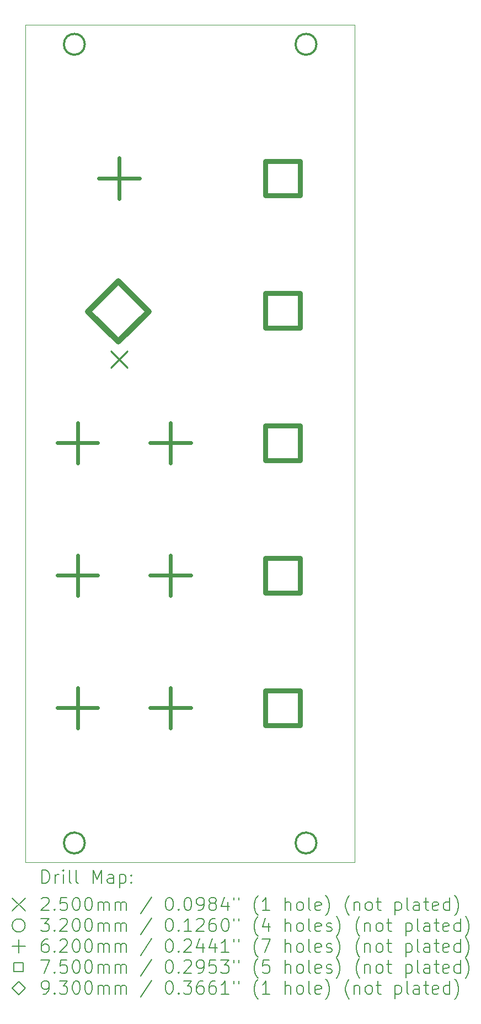
<source format=gbr>
%TF.GenerationSoftware,KiCad,Pcbnew,7.0.7*%
%TF.CreationDate,2023-08-27T18:28:51+09:00*%
%TF.ProjectId,3340VCO_Panel,33333430-5643-44f5-9f50-616e656c2e6b,rev?*%
%TF.SameCoordinates,Original*%
%TF.FileFunction,Drillmap*%
%TF.FilePolarity,Positive*%
%FSLAX45Y45*%
G04 Gerber Fmt 4.5, Leading zero omitted, Abs format (unit mm)*
G04 Created by KiCad (PCBNEW 7.0.7) date 2023-08-27 18:28:51*
%MOMM*%
%LPD*%
G01*
G04 APERTURE LIST*
%ADD10C,0.100000*%
%ADD11C,0.200000*%
%ADD12C,0.250000*%
%ADD13C,0.320000*%
%ADD14C,0.620000*%
%ADD15C,0.750000*%
%ADD16C,0.930000*%
G04 APERTURE END LIST*
D10*
X9250000Y-3850000D02*
X14300000Y-3850000D01*
X14300000Y-16700000D01*
X9250000Y-16700000D01*
X9250000Y-3850000D01*
D11*
D12*
X10562500Y-8857000D02*
X10812500Y-9107000D01*
X10812500Y-8857000D02*
X10562500Y-9107000D01*
D13*
X10160000Y-4150000D02*
G75*
G03*
X10160000Y-4150000I-160000J0D01*
G01*
X10160000Y-16400000D02*
G75*
G03*
X10160000Y-16400000I-160000J0D01*
G01*
X13716000Y-4150000D02*
G75*
G03*
X13716000Y-4150000I-160000J0D01*
G01*
X13716000Y-16400000D02*
G75*
G03*
X13716000Y-16400000I-160000J0D01*
G01*
D14*
X10050000Y-9954000D02*
X10050000Y-10574000D01*
X9740000Y-10264000D02*
X10360000Y-10264000D01*
X10050000Y-11986000D02*
X10050000Y-12606000D01*
X9740000Y-12296000D02*
X10360000Y-12296000D01*
X10050000Y-14018000D02*
X10050000Y-14638000D01*
X9740000Y-14328000D02*
X10360000Y-14328000D01*
X10687500Y-5896000D02*
X10687500Y-6516000D01*
X10377500Y-6206000D02*
X10997500Y-6206000D01*
X11475000Y-9954000D02*
X11475000Y-10574000D01*
X11165000Y-10264000D02*
X11785000Y-10264000D01*
X11475000Y-11986000D02*
X11475000Y-12606000D01*
X11165000Y-12296000D02*
X11785000Y-12296000D01*
X11475000Y-14018000D02*
X11475000Y-14638000D01*
X11165000Y-14328000D02*
X11785000Y-14328000D01*
D15*
X13465168Y-6471168D02*
X13465168Y-5940832D01*
X12934832Y-5940832D01*
X12934832Y-6471168D01*
X13465168Y-6471168D01*
X13465168Y-8497168D02*
X13465168Y-7966832D01*
X12934832Y-7966832D01*
X12934832Y-8497168D01*
X13465168Y-8497168D01*
X13465168Y-10529168D02*
X13465168Y-9998832D01*
X12934832Y-9998832D01*
X12934832Y-10529168D01*
X13465168Y-10529168D01*
X13465168Y-12561168D02*
X13465168Y-12030832D01*
X12934832Y-12030832D01*
X12934832Y-12561168D01*
X13465168Y-12561168D01*
X13465168Y-14593168D02*
X13465168Y-14062832D01*
X12934832Y-14062832D01*
X12934832Y-14593168D01*
X13465168Y-14593168D01*
D16*
X10672777Y-8706984D02*
X11137777Y-8241984D01*
X10672777Y-7776984D01*
X10207777Y-8241984D01*
X10672777Y-8706984D01*
D11*
X9505777Y-17016484D02*
X9505777Y-16816484D01*
X9505777Y-16816484D02*
X9553396Y-16816484D01*
X9553396Y-16816484D02*
X9581967Y-16826008D01*
X9581967Y-16826008D02*
X9601015Y-16845055D01*
X9601015Y-16845055D02*
X9610539Y-16864103D01*
X9610539Y-16864103D02*
X9620063Y-16902198D01*
X9620063Y-16902198D02*
X9620063Y-16930770D01*
X9620063Y-16930770D02*
X9610539Y-16968865D01*
X9610539Y-16968865D02*
X9601015Y-16987912D01*
X9601015Y-16987912D02*
X9581967Y-17006960D01*
X9581967Y-17006960D02*
X9553396Y-17016484D01*
X9553396Y-17016484D02*
X9505777Y-17016484D01*
X9705777Y-17016484D02*
X9705777Y-16883150D01*
X9705777Y-16921246D02*
X9715301Y-16902198D01*
X9715301Y-16902198D02*
X9724824Y-16892674D01*
X9724824Y-16892674D02*
X9743872Y-16883150D01*
X9743872Y-16883150D02*
X9762920Y-16883150D01*
X9829586Y-17016484D02*
X9829586Y-16883150D01*
X9829586Y-16816484D02*
X9820063Y-16826008D01*
X9820063Y-16826008D02*
X9829586Y-16835531D01*
X9829586Y-16835531D02*
X9839110Y-16826008D01*
X9839110Y-16826008D02*
X9829586Y-16816484D01*
X9829586Y-16816484D02*
X9829586Y-16835531D01*
X9953396Y-17016484D02*
X9934348Y-17006960D01*
X9934348Y-17006960D02*
X9924824Y-16987912D01*
X9924824Y-16987912D02*
X9924824Y-16816484D01*
X10058158Y-17016484D02*
X10039110Y-17006960D01*
X10039110Y-17006960D02*
X10029586Y-16987912D01*
X10029586Y-16987912D02*
X10029586Y-16816484D01*
X10286729Y-17016484D02*
X10286729Y-16816484D01*
X10286729Y-16816484D02*
X10353396Y-16959341D01*
X10353396Y-16959341D02*
X10420063Y-16816484D01*
X10420063Y-16816484D02*
X10420063Y-17016484D01*
X10601015Y-17016484D02*
X10601015Y-16911722D01*
X10601015Y-16911722D02*
X10591491Y-16892674D01*
X10591491Y-16892674D02*
X10572444Y-16883150D01*
X10572444Y-16883150D02*
X10534348Y-16883150D01*
X10534348Y-16883150D02*
X10515301Y-16892674D01*
X10601015Y-17006960D02*
X10581967Y-17016484D01*
X10581967Y-17016484D02*
X10534348Y-17016484D01*
X10534348Y-17016484D02*
X10515301Y-17006960D01*
X10515301Y-17006960D02*
X10505777Y-16987912D01*
X10505777Y-16987912D02*
X10505777Y-16968865D01*
X10505777Y-16968865D02*
X10515301Y-16949817D01*
X10515301Y-16949817D02*
X10534348Y-16940293D01*
X10534348Y-16940293D02*
X10581967Y-16940293D01*
X10581967Y-16940293D02*
X10601015Y-16930770D01*
X10696253Y-16883150D02*
X10696253Y-17083150D01*
X10696253Y-16892674D02*
X10715301Y-16883150D01*
X10715301Y-16883150D02*
X10753396Y-16883150D01*
X10753396Y-16883150D02*
X10772444Y-16892674D01*
X10772444Y-16892674D02*
X10781967Y-16902198D01*
X10781967Y-16902198D02*
X10791491Y-16921246D01*
X10791491Y-16921246D02*
X10791491Y-16978389D01*
X10791491Y-16978389D02*
X10781967Y-16997436D01*
X10781967Y-16997436D02*
X10772444Y-17006960D01*
X10772444Y-17006960D02*
X10753396Y-17016484D01*
X10753396Y-17016484D02*
X10715301Y-17016484D01*
X10715301Y-17016484D02*
X10696253Y-17006960D01*
X10877205Y-16997436D02*
X10886729Y-17006960D01*
X10886729Y-17006960D02*
X10877205Y-17016484D01*
X10877205Y-17016484D02*
X10867682Y-17006960D01*
X10867682Y-17006960D02*
X10877205Y-16997436D01*
X10877205Y-16997436D02*
X10877205Y-17016484D01*
X10877205Y-16892674D02*
X10886729Y-16902198D01*
X10886729Y-16902198D02*
X10877205Y-16911722D01*
X10877205Y-16911722D02*
X10867682Y-16902198D01*
X10867682Y-16902198D02*
X10877205Y-16892674D01*
X10877205Y-16892674D02*
X10877205Y-16911722D01*
X9045000Y-17245000D02*
X9245000Y-17445000D01*
X9245000Y-17245000D02*
X9045000Y-17445000D01*
X9496253Y-17255531D02*
X9505777Y-17246008D01*
X9505777Y-17246008D02*
X9524824Y-17236484D01*
X9524824Y-17236484D02*
X9572444Y-17236484D01*
X9572444Y-17236484D02*
X9591491Y-17246008D01*
X9591491Y-17246008D02*
X9601015Y-17255531D01*
X9601015Y-17255531D02*
X9610539Y-17274579D01*
X9610539Y-17274579D02*
X9610539Y-17293627D01*
X9610539Y-17293627D02*
X9601015Y-17322198D01*
X9601015Y-17322198D02*
X9486729Y-17436484D01*
X9486729Y-17436484D02*
X9610539Y-17436484D01*
X9696253Y-17417436D02*
X9705777Y-17426960D01*
X9705777Y-17426960D02*
X9696253Y-17436484D01*
X9696253Y-17436484D02*
X9686729Y-17426960D01*
X9686729Y-17426960D02*
X9696253Y-17417436D01*
X9696253Y-17417436D02*
X9696253Y-17436484D01*
X9886729Y-17236484D02*
X9791491Y-17236484D01*
X9791491Y-17236484D02*
X9781967Y-17331722D01*
X9781967Y-17331722D02*
X9791491Y-17322198D01*
X9791491Y-17322198D02*
X9810539Y-17312674D01*
X9810539Y-17312674D02*
X9858158Y-17312674D01*
X9858158Y-17312674D02*
X9877205Y-17322198D01*
X9877205Y-17322198D02*
X9886729Y-17331722D01*
X9886729Y-17331722D02*
X9896253Y-17350770D01*
X9896253Y-17350770D02*
X9896253Y-17398389D01*
X9896253Y-17398389D02*
X9886729Y-17417436D01*
X9886729Y-17417436D02*
X9877205Y-17426960D01*
X9877205Y-17426960D02*
X9858158Y-17436484D01*
X9858158Y-17436484D02*
X9810539Y-17436484D01*
X9810539Y-17436484D02*
X9791491Y-17426960D01*
X9791491Y-17426960D02*
X9781967Y-17417436D01*
X10020063Y-17236484D02*
X10039110Y-17236484D01*
X10039110Y-17236484D02*
X10058158Y-17246008D01*
X10058158Y-17246008D02*
X10067682Y-17255531D01*
X10067682Y-17255531D02*
X10077205Y-17274579D01*
X10077205Y-17274579D02*
X10086729Y-17312674D01*
X10086729Y-17312674D02*
X10086729Y-17360293D01*
X10086729Y-17360293D02*
X10077205Y-17398389D01*
X10077205Y-17398389D02*
X10067682Y-17417436D01*
X10067682Y-17417436D02*
X10058158Y-17426960D01*
X10058158Y-17426960D02*
X10039110Y-17436484D01*
X10039110Y-17436484D02*
X10020063Y-17436484D01*
X10020063Y-17436484D02*
X10001015Y-17426960D01*
X10001015Y-17426960D02*
X9991491Y-17417436D01*
X9991491Y-17417436D02*
X9981967Y-17398389D01*
X9981967Y-17398389D02*
X9972444Y-17360293D01*
X9972444Y-17360293D02*
X9972444Y-17312674D01*
X9972444Y-17312674D02*
X9981967Y-17274579D01*
X9981967Y-17274579D02*
X9991491Y-17255531D01*
X9991491Y-17255531D02*
X10001015Y-17246008D01*
X10001015Y-17246008D02*
X10020063Y-17236484D01*
X10210539Y-17236484D02*
X10229586Y-17236484D01*
X10229586Y-17236484D02*
X10248634Y-17246008D01*
X10248634Y-17246008D02*
X10258158Y-17255531D01*
X10258158Y-17255531D02*
X10267682Y-17274579D01*
X10267682Y-17274579D02*
X10277205Y-17312674D01*
X10277205Y-17312674D02*
X10277205Y-17360293D01*
X10277205Y-17360293D02*
X10267682Y-17398389D01*
X10267682Y-17398389D02*
X10258158Y-17417436D01*
X10258158Y-17417436D02*
X10248634Y-17426960D01*
X10248634Y-17426960D02*
X10229586Y-17436484D01*
X10229586Y-17436484D02*
X10210539Y-17436484D01*
X10210539Y-17436484D02*
X10191491Y-17426960D01*
X10191491Y-17426960D02*
X10181967Y-17417436D01*
X10181967Y-17417436D02*
X10172444Y-17398389D01*
X10172444Y-17398389D02*
X10162920Y-17360293D01*
X10162920Y-17360293D02*
X10162920Y-17312674D01*
X10162920Y-17312674D02*
X10172444Y-17274579D01*
X10172444Y-17274579D02*
X10181967Y-17255531D01*
X10181967Y-17255531D02*
X10191491Y-17246008D01*
X10191491Y-17246008D02*
X10210539Y-17236484D01*
X10362920Y-17436484D02*
X10362920Y-17303150D01*
X10362920Y-17322198D02*
X10372444Y-17312674D01*
X10372444Y-17312674D02*
X10391491Y-17303150D01*
X10391491Y-17303150D02*
X10420063Y-17303150D01*
X10420063Y-17303150D02*
X10439110Y-17312674D01*
X10439110Y-17312674D02*
X10448634Y-17331722D01*
X10448634Y-17331722D02*
X10448634Y-17436484D01*
X10448634Y-17331722D02*
X10458158Y-17312674D01*
X10458158Y-17312674D02*
X10477205Y-17303150D01*
X10477205Y-17303150D02*
X10505777Y-17303150D01*
X10505777Y-17303150D02*
X10524825Y-17312674D01*
X10524825Y-17312674D02*
X10534348Y-17331722D01*
X10534348Y-17331722D02*
X10534348Y-17436484D01*
X10629586Y-17436484D02*
X10629586Y-17303150D01*
X10629586Y-17322198D02*
X10639110Y-17312674D01*
X10639110Y-17312674D02*
X10658158Y-17303150D01*
X10658158Y-17303150D02*
X10686729Y-17303150D01*
X10686729Y-17303150D02*
X10705777Y-17312674D01*
X10705777Y-17312674D02*
X10715301Y-17331722D01*
X10715301Y-17331722D02*
X10715301Y-17436484D01*
X10715301Y-17331722D02*
X10724825Y-17312674D01*
X10724825Y-17312674D02*
X10743872Y-17303150D01*
X10743872Y-17303150D02*
X10772444Y-17303150D01*
X10772444Y-17303150D02*
X10791491Y-17312674D01*
X10791491Y-17312674D02*
X10801015Y-17331722D01*
X10801015Y-17331722D02*
X10801015Y-17436484D01*
X11191491Y-17226960D02*
X11020063Y-17484103D01*
X11448634Y-17236484D02*
X11467682Y-17236484D01*
X11467682Y-17236484D02*
X11486729Y-17246008D01*
X11486729Y-17246008D02*
X11496253Y-17255531D01*
X11496253Y-17255531D02*
X11505777Y-17274579D01*
X11505777Y-17274579D02*
X11515301Y-17312674D01*
X11515301Y-17312674D02*
X11515301Y-17360293D01*
X11515301Y-17360293D02*
X11505777Y-17398389D01*
X11505777Y-17398389D02*
X11496253Y-17417436D01*
X11496253Y-17417436D02*
X11486729Y-17426960D01*
X11486729Y-17426960D02*
X11467682Y-17436484D01*
X11467682Y-17436484D02*
X11448634Y-17436484D01*
X11448634Y-17436484D02*
X11429586Y-17426960D01*
X11429586Y-17426960D02*
X11420063Y-17417436D01*
X11420063Y-17417436D02*
X11410539Y-17398389D01*
X11410539Y-17398389D02*
X11401015Y-17360293D01*
X11401015Y-17360293D02*
X11401015Y-17312674D01*
X11401015Y-17312674D02*
X11410539Y-17274579D01*
X11410539Y-17274579D02*
X11420063Y-17255531D01*
X11420063Y-17255531D02*
X11429586Y-17246008D01*
X11429586Y-17246008D02*
X11448634Y-17236484D01*
X11601015Y-17417436D02*
X11610539Y-17426960D01*
X11610539Y-17426960D02*
X11601015Y-17436484D01*
X11601015Y-17436484D02*
X11591491Y-17426960D01*
X11591491Y-17426960D02*
X11601015Y-17417436D01*
X11601015Y-17417436D02*
X11601015Y-17436484D01*
X11734348Y-17236484D02*
X11753396Y-17236484D01*
X11753396Y-17236484D02*
X11772444Y-17246008D01*
X11772444Y-17246008D02*
X11781967Y-17255531D01*
X11781967Y-17255531D02*
X11791491Y-17274579D01*
X11791491Y-17274579D02*
X11801015Y-17312674D01*
X11801015Y-17312674D02*
X11801015Y-17360293D01*
X11801015Y-17360293D02*
X11791491Y-17398389D01*
X11791491Y-17398389D02*
X11781967Y-17417436D01*
X11781967Y-17417436D02*
X11772444Y-17426960D01*
X11772444Y-17426960D02*
X11753396Y-17436484D01*
X11753396Y-17436484D02*
X11734348Y-17436484D01*
X11734348Y-17436484D02*
X11715301Y-17426960D01*
X11715301Y-17426960D02*
X11705777Y-17417436D01*
X11705777Y-17417436D02*
X11696253Y-17398389D01*
X11696253Y-17398389D02*
X11686729Y-17360293D01*
X11686729Y-17360293D02*
X11686729Y-17312674D01*
X11686729Y-17312674D02*
X11696253Y-17274579D01*
X11696253Y-17274579D02*
X11705777Y-17255531D01*
X11705777Y-17255531D02*
X11715301Y-17246008D01*
X11715301Y-17246008D02*
X11734348Y-17236484D01*
X11896253Y-17436484D02*
X11934348Y-17436484D01*
X11934348Y-17436484D02*
X11953396Y-17426960D01*
X11953396Y-17426960D02*
X11962920Y-17417436D01*
X11962920Y-17417436D02*
X11981967Y-17388865D01*
X11981967Y-17388865D02*
X11991491Y-17350770D01*
X11991491Y-17350770D02*
X11991491Y-17274579D01*
X11991491Y-17274579D02*
X11981967Y-17255531D01*
X11981967Y-17255531D02*
X11972444Y-17246008D01*
X11972444Y-17246008D02*
X11953396Y-17236484D01*
X11953396Y-17236484D02*
X11915301Y-17236484D01*
X11915301Y-17236484D02*
X11896253Y-17246008D01*
X11896253Y-17246008D02*
X11886729Y-17255531D01*
X11886729Y-17255531D02*
X11877206Y-17274579D01*
X11877206Y-17274579D02*
X11877206Y-17322198D01*
X11877206Y-17322198D02*
X11886729Y-17341246D01*
X11886729Y-17341246D02*
X11896253Y-17350770D01*
X11896253Y-17350770D02*
X11915301Y-17360293D01*
X11915301Y-17360293D02*
X11953396Y-17360293D01*
X11953396Y-17360293D02*
X11972444Y-17350770D01*
X11972444Y-17350770D02*
X11981967Y-17341246D01*
X11981967Y-17341246D02*
X11991491Y-17322198D01*
X12105777Y-17322198D02*
X12086729Y-17312674D01*
X12086729Y-17312674D02*
X12077206Y-17303150D01*
X12077206Y-17303150D02*
X12067682Y-17284103D01*
X12067682Y-17284103D02*
X12067682Y-17274579D01*
X12067682Y-17274579D02*
X12077206Y-17255531D01*
X12077206Y-17255531D02*
X12086729Y-17246008D01*
X12086729Y-17246008D02*
X12105777Y-17236484D01*
X12105777Y-17236484D02*
X12143872Y-17236484D01*
X12143872Y-17236484D02*
X12162920Y-17246008D01*
X12162920Y-17246008D02*
X12172444Y-17255531D01*
X12172444Y-17255531D02*
X12181967Y-17274579D01*
X12181967Y-17274579D02*
X12181967Y-17284103D01*
X12181967Y-17284103D02*
X12172444Y-17303150D01*
X12172444Y-17303150D02*
X12162920Y-17312674D01*
X12162920Y-17312674D02*
X12143872Y-17322198D01*
X12143872Y-17322198D02*
X12105777Y-17322198D01*
X12105777Y-17322198D02*
X12086729Y-17331722D01*
X12086729Y-17331722D02*
X12077206Y-17341246D01*
X12077206Y-17341246D02*
X12067682Y-17360293D01*
X12067682Y-17360293D02*
X12067682Y-17398389D01*
X12067682Y-17398389D02*
X12077206Y-17417436D01*
X12077206Y-17417436D02*
X12086729Y-17426960D01*
X12086729Y-17426960D02*
X12105777Y-17436484D01*
X12105777Y-17436484D02*
X12143872Y-17436484D01*
X12143872Y-17436484D02*
X12162920Y-17426960D01*
X12162920Y-17426960D02*
X12172444Y-17417436D01*
X12172444Y-17417436D02*
X12181967Y-17398389D01*
X12181967Y-17398389D02*
X12181967Y-17360293D01*
X12181967Y-17360293D02*
X12172444Y-17341246D01*
X12172444Y-17341246D02*
X12162920Y-17331722D01*
X12162920Y-17331722D02*
X12143872Y-17322198D01*
X12353396Y-17303150D02*
X12353396Y-17436484D01*
X12305777Y-17226960D02*
X12258158Y-17369817D01*
X12258158Y-17369817D02*
X12381967Y-17369817D01*
X12448634Y-17236484D02*
X12448634Y-17274579D01*
X12524825Y-17236484D02*
X12524825Y-17274579D01*
X12820063Y-17512674D02*
X12810539Y-17503150D01*
X12810539Y-17503150D02*
X12791491Y-17474579D01*
X12791491Y-17474579D02*
X12781968Y-17455531D01*
X12781968Y-17455531D02*
X12772444Y-17426960D01*
X12772444Y-17426960D02*
X12762920Y-17379341D01*
X12762920Y-17379341D02*
X12762920Y-17341246D01*
X12762920Y-17341246D02*
X12772444Y-17293627D01*
X12772444Y-17293627D02*
X12781968Y-17265055D01*
X12781968Y-17265055D02*
X12791491Y-17246008D01*
X12791491Y-17246008D02*
X12810539Y-17217436D01*
X12810539Y-17217436D02*
X12820063Y-17207912D01*
X13001015Y-17436484D02*
X12886729Y-17436484D01*
X12943872Y-17436484D02*
X12943872Y-17236484D01*
X12943872Y-17236484D02*
X12924825Y-17265055D01*
X12924825Y-17265055D02*
X12905777Y-17284103D01*
X12905777Y-17284103D02*
X12886729Y-17293627D01*
X13239110Y-17436484D02*
X13239110Y-17236484D01*
X13324825Y-17436484D02*
X13324825Y-17331722D01*
X13324825Y-17331722D02*
X13315301Y-17312674D01*
X13315301Y-17312674D02*
X13296253Y-17303150D01*
X13296253Y-17303150D02*
X13267682Y-17303150D01*
X13267682Y-17303150D02*
X13248634Y-17312674D01*
X13248634Y-17312674D02*
X13239110Y-17322198D01*
X13448634Y-17436484D02*
X13429587Y-17426960D01*
X13429587Y-17426960D02*
X13420063Y-17417436D01*
X13420063Y-17417436D02*
X13410539Y-17398389D01*
X13410539Y-17398389D02*
X13410539Y-17341246D01*
X13410539Y-17341246D02*
X13420063Y-17322198D01*
X13420063Y-17322198D02*
X13429587Y-17312674D01*
X13429587Y-17312674D02*
X13448634Y-17303150D01*
X13448634Y-17303150D02*
X13477206Y-17303150D01*
X13477206Y-17303150D02*
X13496253Y-17312674D01*
X13496253Y-17312674D02*
X13505777Y-17322198D01*
X13505777Y-17322198D02*
X13515301Y-17341246D01*
X13515301Y-17341246D02*
X13515301Y-17398389D01*
X13515301Y-17398389D02*
X13505777Y-17417436D01*
X13505777Y-17417436D02*
X13496253Y-17426960D01*
X13496253Y-17426960D02*
X13477206Y-17436484D01*
X13477206Y-17436484D02*
X13448634Y-17436484D01*
X13629587Y-17436484D02*
X13610539Y-17426960D01*
X13610539Y-17426960D02*
X13601015Y-17407912D01*
X13601015Y-17407912D02*
X13601015Y-17236484D01*
X13781968Y-17426960D02*
X13762920Y-17436484D01*
X13762920Y-17436484D02*
X13724825Y-17436484D01*
X13724825Y-17436484D02*
X13705777Y-17426960D01*
X13705777Y-17426960D02*
X13696253Y-17407912D01*
X13696253Y-17407912D02*
X13696253Y-17331722D01*
X13696253Y-17331722D02*
X13705777Y-17312674D01*
X13705777Y-17312674D02*
X13724825Y-17303150D01*
X13724825Y-17303150D02*
X13762920Y-17303150D01*
X13762920Y-17303150D02*
X13781968Y-17312674D01*
X13781968Y-17312674D02*
X13791491Y-17331722D01*
X13791491Y-17331722D02*
X13791491Y-17350770D01*
X13791491Y-17350770D02*
X13696253Y-17369817D01*
X13858158Y-17512674D02*
X13867682Y-17503150D01*
X13867682Y-17503150D02*
X13886730Y-17474579D01*
X13886730Y-17474579D02*
X13896253Y-17455531D01*
X13896253Y-17455531D02*
X13905777Y-17426960D01*
X13905777Y-17426960D02*
X13915301Y-17379341D01*
X13915301Y-17379341D02*
X13915301Y-17341246D01*
X13915301Y-17341246D02*
X13905777Y-17293627D01*
X13905777Y-17293627D02*
X13896253Y-17265055D01*
X13896253Y-17265055D02*
X13886730Y-17246008D01*
X13886730Y-17246008D02*
X13867682Y-17217436D01*
X13867682Y-17217436D02*
X13858158Y-17207912D01*
X14220063Y-17512674D02*
X14210539Y-17503150D01*
X14210539Y-17503150D02*
X14191491Y-17474579D01*
X14191491Y-17474579D02*
X14181968Y-17455531D01*
X14181968Y-17455531D02*
X14172444Y-17426960D01*
X14172444Y-17426960D02*
X14162920Y-17379341D01*
X14162920Y-17379341D02*
X14162920Y-17341246D01*
X14162920Y-17341246D02*
X14172444Y-17293627D01*
X14172444Y-17293627D02*
X14181968Y-17265055D01*
X14181968Y-17265055D02*
X14191491Y-17246008D01*
X14191491Y-17246008D02*
X14210539Y-17217436D01*
X14210539Y-17217436D02*
X14220063Y-17207912D01*
X14296253Y-17303150D02*
X14296253Y-17436484D01*
X14296253Y-17322198D02*
X14305777Y-17312674D01*
X14305777Y-17312674D02*
X14324825Y-17303150D01*
X14324825Y-17303150D02*
X14353396Y-17303150D01*
X14353396Y-17303150D02*
X14372444Y-17312674D01*
X14372444Y-17312674D02*
X14381968Y-17331722D01*
X14381968Y-17331722D02*
X14381968Y-17436484D01*
X14505777Y-17436484D02*
X14486730Y-17426960D01*
X14486730Y-17426960D02*
X14477206Y-17417436D01*
X14477206Y-17417436D02*
X14467682Y-17398389D01*
X14467682Y-17398389D02*
X14467682Y-17341246D01*
X14467682Y-17341246D02*
X14477206Y-17322198D01*
X14477206Y-17322198D02*
X14486730Y-17312674D01*
X14486730Y-17312674D02*
X14505777Y-17303150D01*
X14505777Y-17303150D02*
X14534349Y-17303150D01*
X14534349Y-17303150D02*
X14553396Y-17312674D01*
X14553396Y-17312674D02*
X14562920Y-17322198D01*
X14562920Y-17322198D02*
X14572444Y-17341246D01*
X14572444Y-17341246D02*
X14572444Y-17398389D01*
X14572444Y-17398389D02*
X14562920Y-17417436D01*
X14562920Y-17417436D02*
X14553396Y-17426960D01*
X14553396Y-17426960D02*
X14534349Y-17436484D01*
X14534349Y-17436484D02*
X14505777Y-17436484D01*
X14629587Y-17303150D02*
X14705777Y-17303150D01*
X14658158Y-17236484D02*
X14658158Y-17407912D01*
X14658158Y-17407912D02*
X14667682Y-17426960D01*
X14667682Y-17426960D02*
X14686730Y-17436484D01*
X14686730Y-17436484D02*
X14705777Y-17436484D01*
X14924825Y-17303150D02*
X14924825Y-17503150D01*
X14924825Y-17312674D02*
X14943872Y-17303150D01*
X14943872Y-17303150D02*
X14981968Y-17303150D01*
X14981968Y-17303150D02*
X15001015Y-17312674D01*
X15001015Y-17312674D02*
X15010539Y-17322198D01*
X15010539Y-17322198D02*
X15020063Y-17341246D01*
X15020063Y-17341246D02*
X15020063Y-17398389D01*
X15020063Y-17398389D02*
X15010539Y-17417436D01*
X15010539Y-17417436D02*
X15001015Y-17426960D01*
X15001015Y-17426960D02*
X14981968Y-17436484D01*
X14981968Y-17436484D02*
X14943872Y-17436484D01*
X14943872Y-17436484D02*
X14924825Y-17426960D01*
X15134349Y-17436484D02*
X15115301Y-17426960D01*
X15115301Y-17426960D02*
X15105777Y-17407912D01*
X15105777Y-17407912D02*
X15105777Y-17236484D01*
X15296253Y-17436484D02*
X15296253Y-17331722D01*
X15296253Y-17331722D02*
X15286730Y-17312674D01*
X15286730Y-17312674D02*
X15267682Y-17303150D01*
X15267682Y-17303150D02*
X15229587Y-17303150D01*
X15229587Y-17303150D02*
X15210539Y-17312674D01*
X15296253Y-17426960D02*
X15277206Y-17436484D01*
X15277206Y-17436484D02*
X15229587Y-17436484D01*
X15229587Y-17436484D02*
X15210539Y-17426960D01*
X15210539Y-17426960D02*
X15201015Y-17407912D01*
X15201015Y-17407912D02*
X15201015Y-17388865D01*
X15201015Y-17388865D02*
X15210539Y-17369817D01*
X15210539Y-17369817D02*
X15229587Y-17360293D01*
X15229587Y-17360293D02*
X15277206Y-17360293D01*
X15277206Y-17360293D02*
X15296253Y-17350770D01*
X15362920Y-17303150D02*
X15439111Y-17303150D01*
X15391492Y-17236484D02*
X15391492Y-17407912D01*
X15391492Y-17407912D02*
X15401015Y-17426960D01*
X15401015Y-17426960D02*
X15420063Y-17436484D01*
X15420063Y-17436484D02*
X15439111Y-17436484D01*
X15581968Y-17426960D02*
X15562920Y-17436484D01*
X15562920Y-17436484D02*
X15524825Y-17436484D01*
X15524825Y-17436484D02*
X15505777Y-17426960D01*
X15505777Y-17426960D02*
X15496253Y-17407912D01*
X15496253Y-17407912D02*
X15496253Y-17331722D01*
X15496253Y-17331722D02*
X15505777Y-17312674D01*
X15505777Y-17312674D02*
X15524825Y-17303150D01*
X15524825Y-17303150D02*
X15562920Y-17303150D01*
X15562920Y-17303150D02*
X15581968Y-17312674D01*
X15581968Y-17312674D02*
X15591492Y-17331722D01*
X15591492Y-17331722D02*
X15591492Y-17350770D01*
X15591492Y-17350770D02*
X15496253Y-17369817D01*
X15762920Y-17436484D02*
X15762920Y-17236484D01*
X15762920Y-17426960D02*
X15743873Y-17436484D01*
X15743873Y-17436484D02*
X15705777Y-17436484D01*
X15705777Y-17436484D02*
X15686730Y-17426960D01*
X15686730Y-17426960D02*
X15677206Y-17417436D01*
X15677206Y-17417436D02*
X15667682Y-17398389D01*
X15667682Y-17398389D02*
X15667682Y-17341246D01*
X15667682Y-17341246D02*
X15677206Y-17322198D01*
X15677206Y-17322198D02*
X15686730Y-17312674D01*
X15686730Y-17312674D02*
X15705777Y-17303150D01*
X15705777Y-17303150D02*
X15743873Y-17303150D01*
X15743873Y-17303150D02*
X15762920Y-17312674D01*
X15839111Y-17512674D02*
X15848634Y-17503150D01*
X15848634Y-17503150D02*
X15867682Y-17474579D01*
X15867682Y-17474579D02*
X15877206Y-17455531D01*
X15877206Y-17455531D02*
X15886730Y-17426960D01*
X15886730Y-17426960D02*
X15896253Y-17379341D01*
X15896253Y-17379341D02*
X15896253Y-17341246D01*
X15896253Y-17341246D02*
X15886730Y-17293627D01*
X15886730Y-17293627D02*
X15877206Y-17265055D01*
X15877206Y-17265055D02*
X15867682Y-17246008D01*
X15867682Y-17246008D02*
X15848634Y-17217436D01*
X15848634Y-17217436D02*
X15839111Y-17207912D01*
X9245000Y-17665000D02*
G75*
G03*
X9245000Y-17665000I-100000J0D01*
G01*
X9486729Y-17556484D02*
X9610539Y-17556484D01*
X9610539Y-17556484D02*
X9543872Y-17632674D01*
X9543872Y-17632674D02*
X9572444Y-17632674D01*
X9572444Y-17632674D02*
X9591491Y-17642198D01*
X9591491Y-17642198D02*
X9601015Y-17651722D01*
X9601015Y-17651722D02*
X9610539Y-17670770D01*
X9610539Y-17670770D02*
X9610539Y-17718389D01*
X9610539Y-17718389D02*
X9601015Y-17737436D01*
X9601015Y-17737436D02*
X9591491Y-17746960D01*
X9591491Y-17746960D02*
X9572444Y-17756484D01*
X9572444Y-17756484D02*
X9515301Y-17756484D01*
X9515301Y-17756484D02*
X9496253Y-17746960D01*
X9496253Y-17746960D02*
X9486729Y-17737436D01*
X9696253Y-17737436D02*
X9705777Y-17746960D01*
X9705777Y-17746960D02*
X9696253Y-17756484D01*
X9696253Y-17756484D02*
X9686729Y-17746960D01*
X9686729Y-17746960D02*
X9696253Y-17737436D01*
X9696253Y-17737436D02*
X9696253Y-17756484D01*
X9781967Y-17575531D02*
X9791491Y-17566008D01*
X9791491Y-17566008D02*
X9810539Y-17556484D01*
X9810539Y-17556484D02*
X9858158Y-17556484D01*
X9858158Y-17556484D02*
X9877205Y-17566008D01*
X9877205Y-17566008D02*
X9886729Y-17575531D01*
X9886729Y-17575531D02*
X9896253Y-17594579D01*
X9896253Y-17594579D02*
X9896253Y-17613627D01*
X9896253Y-17613627D02*
X9886729Y-17642198D01*
X9886729Y-17642198D02*
X9772444Y-17756484D01*
X9772444Y-17756484D02*
X9896253Y-17756484D01*
X10020063Y-17556484D02*
X10039110Y-17556484D01*
X10039110Y-17556484D02*
X10058158Y-17566008D01*
X10058158Y-17566008D02*
X10067682Y-17575531D01*
X10067682Y-17575531D02*
X10077205Y-17594579D01*
X10077205Y-17594579D02*
X10086729Y-17632674D01*
X10086729Y-17632674D02*
X10086729Y-17680293D01*
X10086729Y-17680293D02*
X10077205Y-17718389D01*
X10077205Y-17718389D02*
X10067682Y-17737436D01*
X10067682Y-17737436D02*
X10058158Y-17746960D01*
X10058158Y-17746960D02*
X10039110Y-17756484D01*
X10039110Y-17756484D02*
X10020063Y-17756484D01*
X10020063Y-17756484D02*
X10001015Y-17746960D01*
X10001015Y-17746960D02*
X9991491Y-17737436D01*
X9991491Y-17737436D02*
X9981967Y-17718389D01*
X9981967Y-17718389D02*
X9972444Y-17680293D01*
X9972444Y-17680293D02*
X9972444Y-17632674D01*
X9972444Y-17632674D02*
X9981967Y-17594579D01*
X9981967Y-17594579D02*
X9991491Y-17575531D01*
X9991491Y-17575531D02*
X10001015Y-17566008D01*
X10001015Y-17566008D02*
X10020063Y-17556484D01*
X10210539Y-17556484D02*
X10229586Y-17556484D01*
X10229586Y-17556484D02*
X10248634Y-17566008D01*
X10248634Y-17566008D02*
X10258158Y-17575531D01*
X10258158Y-17575531D02*
X10267682Y-17594579D01*
X10267682Y-17594579D02*
X10277205Y-17632674D01*
X10277205Y-17632674D02*
X10277205Y-17680293D01*
X10277205Y-17680293D02*
X10267682Y-17718389D01*
X10267682Y-17718389D02*
X10258158Y-17737436D01*
X10258158Y-17737436D02*
X10248634Y-17746960D01*
X10248634Y-17746960D02*
X10229586Y-17756484D01*
X10229586Y-17756484D02*
X10210539Y-17756484D01*
X10210539Y-17756484D02*
X10191491Y-17746960D01*
X10191491Y-17746960D02*
X10181967Y-17737436D01*
X10181967Y-17737436D02*
X10172444Y-17718389D01*
X10172444Y-17718389D02*
X10162920Y-17680293D01*
X10162920Y-17680293D02*
X10162920Y-17632674D01*
X10162920Y-17632674D02*
X10172444Y-17594579D01*
X10172444Y-17594579D02*
X10181967Y-17575531D01*
X10181967Y-17575531D02*
X10191491Y-17566008D01*
X10191491Y-17566008D02*
X10210539Y-17556484D01*
X10362920Y-17756484D02*
X10362920Y-17623150D01*
X10362920Y-17642198D02*
X10372444Y-17632674D01*
X10372444Y-17632674D02*
X10391491Y-17623150D01*
X10391491Y-17623150D02*
X10420063Y-17623150D01*
X10420063Y-17623150D02*
X10439110Y-17632674D01*
X10439110Y-17632674D02*
X10448634Y-17651722D01*
X10448634Y-17651722D02*
X10448634Y-17756484D01*
X10448634Y-17651722D02*
X10458158Y-17632674D01*
X10458158Y-17632674D02*
X10477205Y-17623150D01*
X10477205Y-17623150D02*
X10505777Y-17623150D01*
X10505777Y-17623150D02*
X10524825Y-17632674D01*
X10524825Y-17632674D02*
X10534348Y-17651722D01*
X10534348Y-17651722D02*
X10534348Y-17756484D01*
X10629586Y-17756484D02*
X10629586Y-17623150D01*
X10629586Y-17642198D02*
X10639110Y-17632674D01*
X10639110Y-17632674D02*
X10658158Y-17623150D01*
X10658158Y-17623150D02*
X10686729Y-17623150D01*
X10686729Y-17623150D02*
X10705777Y-17632674D01*
X10705777Y-17632674D02*
X10715301Y-17651722D01*
X10715301Y-17651722D02*
X10715301Y-17756484D01*
X10715301Y-17651722D02*
X10724825Y-17632674D01*
X10724825Y-17632674D02*
X10743872Y-17623150D01*
X10743872Y-17623150D02*
X10772444Y-17623150D01*
X10772444Y-17623150D02*
X10791491Y-17632674D01*
X10791491Y-17632674D02*
X10801015Y-17651722D01*
X10801015Y-17651722D02*
X10801015Y-17756484D01*
X11191491Y-17546960D02*
X11020063Y-17804103D01*
X11448634Y-17556484D02*
X11467682Y-17556484D01*
X11467682Y-17556484D02*
X11486729Y-17566008D01*
X11486729Y-17566008D02*
X11496253Y-17575531D01*
X11496253Y-17575531D02*
X11505777Y-17594579D01*
X11505777Y-17594579D02*
X11515301Y-17632674D01*
X11515301Y-17632674D02*
X11515301Y-17680293D01*
X11515301Y-17680293D02*
X11505777Y-17718389D01*
X11505777Y-17718389D02*
X11496253Y-17737436D01*
X11496253Y-17737436D02*
X11486729Y-17746960D01*
X11486729Y-17746960D02*
X11467682Y-17756484D01*
X11467682Y-17756484D02*
X11448634Y-17756484D01*
X11448634Y-17756484D02*
X11429586Y-17746960D01*
X11429586Y-17746960D02*
X11420063Y-17737436D01*
X11420063Y-17737436D02*
X11410539Y-17718389D01*
X11410539Y-17718389D02*
X11401015Y-17680293D01*
X11401015Y-17680293D02*
X11401015Y-17632674D01*
X11401015Y-17632674D02*
X11410539Y-17594579D01*
X11410539Y-17594579D02*
X11420063Y-17575531D01*
X11420063Y-17575531D02*
X11429586Y-17566008D01*
X11429586Y-17566008D02*
X11448634Y-17556484D01*
X11601015Y-17737436D02*
X11610539Y-17746960D01*
X11610539Y-17746960D02*
X11601015Y-17756484D01*
X11601015Y-17756484D02*
X11591491Y-17746960D01*
X11591491Y-17746960D02*
X11601015Y-17737436D01*
X11601015Y-17737436D02*
X11601015Y-17756484D01*
X11801015Y-17756484D02*
X11686729Y-17756484D01*
X11743872Y-17756484D02*
X11743872Y-17556484D01*
X11743872Y-17556484D02*
X11724825Y-17585055D01*
X11724825Y-17585055D02*
X11705777Y-17604103D01*
X11705777Y-17604103D02*
X11686729Y-17613627D01*
X11877206Y-17575531D02*
X11886729Y-17566008D01*
X11886729Y-17566008D02*
X11905777Y-17556484D01*
X11905777Y-17556484D02*
X11953396Y-17556484D01*
X11953396Y-17556484D02*
X11972444Y-17566008D01*
X11972444Y-17566008D02*
X11981967Y-17575531D01*
X11981967Y-17575531D02*
X11991491Y-17594579D01*
X11991491Y-17594579D02*
X11991491Y-17613627D01*
X11991491Y-17613627D02*
X11981967Y-17642198D01*
X11981967Y-17642198D02*
X11867682Y-17756484D01*
X11867682Y-17756484D02*
X11991491Y-17756484D01*
X12162920Y-17556484D02*
X12124825Y-17556484D01*
X12124825Y-17556484D02*
X12105777Y-17566008D01*
X12105777Y-17566008D02*
X12096253Y-17575531D01*
X12096253Y-17575531D02*
X12077206Y-17604103D01*
X12077206Y-17604103D02*
X12067682Y-17642198D01*
X12067682Y-17642198D02*
X12067682Y-17718389D01*
X12067682Y-17718389D02*
X12077206Y-17737436D01*
X12077206Y-17737436D02*
X12086729Y-17746960D01*
X12086729Y-17746960D02*
X12105777Y-17756484D01*
X12105777Y-17756484D02*
X12143872Y-17756484D01*
X12143872Y-17756484D02*
X12162920Y-17746960D01*
X12162920Y-17746960D02*
X12172444Y-17737436D01*
X12172444Y-17737436D02*
X12181967Y-17718389D01*
X12181967Y-17718389D02*
X12181967Y-17670770D01*
X12181967Y-17670770D02*
X12172444Y-17651722D01*
X12172444Y-17651722D02*
X12162920Y-17642198D01*
X12162920Y-17642198D02*
X12143872Y-17632674D01*
X12143872Y-17632674D02*
X12105777Y-17632674D01*
X12105777Y-17632674D02*
X12086729Y-17642198D01*
X12086729Y-17642198D02*
X12077206Y-17651722D01*
X12077206Y-17651722D02*
X12067682Y-17670770D01*
X12305777Y-17556484D02*
X12324825Y-17556484D01*
X12324825Y-17556484D02*
X12343872Y-17566008D01*
X12343872Y-17566008D02*
X12353396Y-17575531D01*
X12353396Y-17575531D02*
X12362920Y-17594579D01*
X12362920Y-17594579D02*
X12372444Y-17632674D01*
X12372444Y-17632674D02*
X12372444Y-17680293D01*
X12372444Y-17680293D02*
X12362920Y-17718389D01*
X12362920Y-17718389D02*
X12353396Y-17737436D01*
X12353396Y-17737436D02*
X12343872Y-17746960D01*
X12343872Y-17746960D02*
X12324825Y-17756484D01*
X12324825Y-17756484D02*
X12305777Y-17756484D01*
X12305777Y-17756484D02*
X12286729Y-17746960D01*
X12286729Y-17746960D02*
X12277206Y-17737436D01*
X12277206Y-17737436D02*
X12267682Y-17718389D01*
X12267682Y-17718389D02*
X12258158Y-17680293D01*
X12258158Y-17680293D02*
X12258158Y-17632674D01*
X12258158Y-17632674D02*
X12267682Y-17594579D01*
X12267682Y-17594579D02*
X12277206Y-17575531D01*
X12277206Y-17575531D02*
X12286729Y-17566008D01*
X12286729Y-17566008D02*
X12305777Y-17556484D01*
X12448634Y-17556484D02*
X12448634Y-17594579D01*
X12524825Y-17556484D02*
X12524825Y-17594579D01*
X12820063Y-17832674D02*
X12810539Y-17823150D01*
X12810539Y-17823150D02*
X12791491Y-17794579D01*
X12791491Y-17794579D02*
X12781968Y-17775531D01*
X12781968Y-17775531D02*
X12772444Y-17746960D01*
X12772444Y-17746960D02*
X12762920Y-17699341D01*
X12762920Y-17699341D02*
X12762920Y-17661246D01*
X12762920Y-17661246D02*
X12772444Y-17613627D01*
X12772444Y-17613627D02*
X12781968Y-17585055D01*
X12781968Y-17585055D02*
X12791491Y-17566008D01*
X12791491Y-17566008D02*
X12810539Y-17537436D01*
X12810539Y-17537436D02*
X12820063Y-17527912D01*
X12981968Y-17623150D02*
X12981968Y-17756484D01*
X12934348Y-17546960D02*
X12886729Y-17689817D01*
X12886729Y-17689817D02*
X13010539Y-17689817D01*
X13239110Y-17756484D02*
X13239110Y-17556484D01*
X13324825Y-17756484D02*
X13324825Y-17651722D01*
X13324825Y-17651722D02*
X13315301Y-17632674D01*
X13315301Y-17632674D02*
X13296253Y-17623150D01*
X13296253Y-17623150D02*
X13267682Y-17623150D01*
X13267682Y-17623150D02*
X13248634Y-17632674D01*
X13248634Y-17632674D02*
X13239110Y-17642198D01*
X13448634Y-17756484D02*
X13429587Y-17746960D01*
X13429587Y-17746960D02*
X13420063Y-17737436D01*
X13420063Y-17737436D02*
X13410539Y-17718389D01*
X13410539Y-17718389D02*
X13410539Y-17661246D01*
X13410539Y-17661246D02*
X13420063Y-17642198D01*
X13420063Y-17642198D02*
X13429587Y-17632674D01*
X13429587Y-17632674D02*
X13448634Y-17623150D01*
X13448634Y-17623150D02*
X13477206Y-17623150D01*
X13477206Y-17623150D02*
X13496253Y-17632674D01*
X13496253Y-17632674D02*
X13505777Y-17642198D01*
X13505777Y-17642198D02*
X13515301Y-17661246D01*
X13515301Y-17661246D02*
X13515301Y-17718389D01*
X13515301Y-17718389D02*
X13505777Y-17737436D01*
X13505777Y-17737436D02*
X13496253Y-17746960D01*
X13496253Y-17746960D02*
X13477206Y-17756484D01*
X13477206Y-17756484D02*
X13448634Y-17756484D01*
X13629587Y-17756484D02*
X13610539Y-17746960D01*
X13610539Y-17746960D02*
X13601015Y-17727912D01*
X13601015Y-17727912D02*
X13601015Y-17556484D01*
X13781968Y-17746960D02*
X13762920Y-17756484D01*
X13762920Y-17756484D02*
X13724825Y-17756484D01*
X13724825Y-17756484D02*
X13705777Y-17746960D01*
X13705777Y-17746960D02*
X13696253Y-17727912D01*
X13696253Y-17727912D02*
X13696253Y-17651722D01*
X13696253Y-17651722D02*
X13705777Y-17632674D01*
X13705777Y-17632674D02*
X13724825Y-17623150D01*
X13724825Y-17623150D02*
X13762920Y-17623150D01*
X13762920Y-17623150D02*
X13781968Y-17632674D01*
X13781968Y-17632674D02*
X13791491Y-17651722D01*
X13791491Y-17651722D02*
X13791491Y-17670770D01*
X13791491Y-17670770D02*
X13696253Y-17689817D01*
X13867682Y-17746960D02*
X13886730Y-17756484D01*
X13886730Y-17756484D02*
X13924825Y-17756484D01*
X13924825Y-17756484D02*
X13943872Y-17746960D01*
X13943872Y-17746960D02*
X13953396Y-17727912D01*
X13953396Y-17727912D02*
X13953396Y-17718389D01*
X13953396Y-17718389D02*
X13943872Y-17699341D01*
X13943872Y-17699341D02*
X13924825Y-17689817D01*
X13924825Y-17689817D02*
X13896253Y-17689817D01*
X13896253Y-17689817D02*
X13877206Y-17680293D01*
X13877206Y-17680293D02*
X13867682Y-17661246D01*
X13867682Y-17661246D02*
X13867682Y-17651722D01*
X13867682Y-17651722D02*
X13877206Y-17632674D01*
X13877206Y-17632674D02*
X13896253Y-17623150D01*
X13896253Y-17623150D02*
X13924825Y-17623150D01*
X13924825Y-17623150D02*
X13943872Y-17632674D01*
X14020063Y-17832674D02*
X14029587Y-17823150D01*
X14029587Y-17823150D02*
X14048634Y-17794579D01*
X14048634Y-17794579D02*
X14058158Y-17775531D01*
X14058158Y-17775531D02*
X14067682Y-17746960D01*
X14067682Y-17746960D02*
X14077206Y-17699341D01*
X14077206Y-17699341D02*
X14077206Y-17661246D01*
X14077206Y-17661246D02*
X14067682Y-17613627D01*
X14067682Y-17613627D02*
X14058158Y-17585055D01*
X14058158Y-17585055D02*
X14048634Y-17566008D01*
X14048634Y-17566008D02*
X14029587Y-17537436D01*
X14029587Y-17537436D02*
X14020063Y-17527912D01*
X14381968Y-17832674D02*
X14372444Y-17823150D01*
X14372444Y-17823150D02*
X14353396Y-17794579D01*
X14353396Y-17794579D02*
X14343872Y-17775531D01*
X14343872Y-17775531D02*
X14334349Y-17746960D01*
X14334349Y-17746960D02*
X14324825Y-17699341D01*
X14324825Y-17699341D02*
X14324825Y-17661246D01*
X14324825Y-17661246D02*
X14334349Y-17613627D01*
X14334349Y-17613627D02*
X14343872Y-17585055D01*
X14343872Y-17585055D02*
X14353396Y-17566008D01*
X14353396Y-17566008D02*
X14372444Y-17537436D01*
X14372444Y-17537436D02*
X14381968Y-17527912D01*
X14458158Y-17623150D02*
X14458158Y-17756484D01*
X14458158Y-17642198D02*
X14467682Y-17632674D01*
X14467682Y-17632674D02*
X14486730Y-17623150D01*
X14486730Y-17623150D02*
X14515301Y-17623150D01*
X14515301Y-17623150D02*
X14534349Y-17632674D01*
X14534349Y-17632674D02*
X14543872Y-17651722D01*
X14543872Y-17651722D02*
X14543872Y-17756484D01*
X14667682Y-17756484D02*
X14648634Y-17746960D01*
X14648634Y-17746960D02*
X14639111Y-17737436D01*
X14639111Y-17737436D02*
X14629587Y-17718389D01*
X14629587Y-17718389D02*
X14629587Y-17661246D01*
X14629587Y-17661246D02*
X14639111Y-17642198D01*
X14639111Y-17642198D02*
X14648634Y-17632674D01*
X14648634Y-17632674D02*
X14667682Y-17623150D01*
X14667682Y-17623150D02*
X14696253Y-17623150D01*
X14696253Y-17623150D02*
X14715301Y-17632674D01*
X14715301Y-17632674D02*
X14724825Y-17642198D01*
X14724825Y-17642198D02*
X14734349Y-17661246D01*
X14734349Y-17661246D02*
X14734349Y-17718389D01*
X14734349Y-17718389D02*
X14724825Y-17737436D01*
X14724825Y-17737436D02*
X14715301Y-17746960D01*
X14715301Y-17746960D02*
X14696253Y-17756484D01*
X14696253Y-17756484D02*
X14667682Y-17756484D01*
X14791492Y-17623150D02*
X14867682Y-17623150D01*
X14820063Y-17556484D02*
X14820063Y-17727912D01*
X14820063Y-17727912D02*
X14829587Y-17746960D01*
X14829587Y-17746960D02*
X14848634Y-17756484D01*
X14848634Y-17756484D02*
X14867682Y-17756484D01*
X15086730Y-17623150D02*
X15086730Y-17823150D01*
X15086730Y-17632674D02*
X15105777Y-17623150D01*
X15105777Y-17623150D02*
X15143873Y-17623150D01*
X15143873Y-17623150D02*
X15162920Y-17632674D01*
X15162920Y-17632674D02*
X15172444Y-17642198D01*
X15172444Y-17642198D02*
X15181968Y-17661246D01*
X15181968Y-17661246D02*
X15181968Y-17718389D01*
X15181968Y-17718389D02*
X15172444Y-17737436D01*
X15172444Y-17737436D02*
X15162920Y-17746960D01*
X15162920Y-17746960D02*
X15143873Y-17756484D01*
X15143873Y-17756484D02*
X15105777Y-17756484D01*
X15105777Y-17756484D02*
X15086730Y-17746960D01*
X15296253Y-17756484D02*
X15277206Y-17746960D01*
X15277206Y-17746960D02*
X15267682Y-17727912D01*
X15267682Y-17727912D02*
X15267682Y-17556484D01*
X15458158Y-17756484D02*
X15458158Y-17651722D01*
X15458158Y-17651722D02*
X15448634Y-17632674D01*
X15448634Y-17632674D02*
X15429587Y-17623150D01*
X15429587Y-17623150D02*
X15391492Y-17623150D01*
X15391492Y-17623150D02*
X15372444Y-17632674D01*
X15458158Y-17746960D02*
X15439111Y-17756484D01*
X15439111Y-17756484D02*
X15391492Y-17756484D01*
X15391492Y-17756484D02*
X15372444Y-17746960D01*
X15372444Y-17746960D02*
X15362920Y-17727912D01*
X15362920Y-17727912D02*
X15362920Y-17708865D01*
X15362920Y-17708865D02*
X15372444Y-17689817D01*
X15372444Y-17689817D02*
X15391492Y-17680293D01*
X15391492Y-17680293D02*
X15439111Y-17680293D01*
X15439111Y-17680293D02*
X15458158Y-17670770D01*
X15524825Y-17623150D02*
X15601015Y-17623150D01*
X15553396Y-17556484D02*
X15553396Y-17727912D01*
X15553396Y-17727912D02*
X15562920Y-17746960D01*
X15562920Y-17746960D02*
X15581968Y-17756484D01*
X15581968Y-17756484D02*
X15601015Y-17756484D01*
X15743873Y-17746960D02*
X15724825Y-17756484D01*
X15724825Y-17756484D02*
X15686730Y-17756484D01*
X15686730Y-17756484D02*
X15667682Y-17746960D01*
X15667682Y-17746960D02*
X15658158Y-17727912D01*
X15658158Y-17727912D02*
X15658158Y-17651722D01*
X15658158Y-17651722D02*
X15667682Y-17632674D01*
X15667682Y-17632674D02*
X15686730Y-17623150D01*
X15686730Y-17623150D02*
X15724825Y-17623150D01*
X15724825Y-17623150D02*
X15743873Y-17632674D01*
X15743873Y-17632674D02*
X15753396Y-17651722D01*
X15753396Y-17651722D02*
X15753396Y-17670770D01*
X15753396Y-17670770D02*
X15658158Y-17689817D01*
X15924825Y-17756484D02*
X15924825Y-17556484D01*
X15924825Y-17746960D02*
X15905777Y-17756484D01*
X15905777Y-17756484D02*
X15867682Y-17756484D01*
X15867682Y-17756484D02*
X15848634Y-17746960D01*
X15848634Y-17746960D02*
X15839111Y-17737436D01*
X15839111Y-17737436D02*
X15829587Y-17718389D01*
X15829587Y-17718389D02*
X15829587Y-17661246D01*
X15829587Y-17661246D02*
X15839111Y-17642198D01*
X15839111Y-17642198D02*
X15848634Y-17632674D01*
X15848634Y-17632674D02*
X15867682Y-17623150D01*
X15867682Y-17623150D02*
X15905777Y-17623150D01*
X15905777Y-17623150D02*
X15924825Y-17632674D01*
X16001015Y-17832674D02*
X16010539Y-17823150D01*
X16010539Y-17823150D02*
X16029587Y-17794579D01*
X16029587Y-17794579D02*
X16039111Y-17775531D01*
X16039111Y-17775531D02*
X16048634Y-17746960D01*
X16048634Y-17746960D02*
X16058158Y-17699341D01*
X16058158Y-17699341D02*
X16058158Y-17661246D01*
X16058158Y-17661246D02*
X16048634Y-17613627D01*
X16048634Y-17613627D02*
X16039111Y-17585055D01*
X16039111Y-17585055D02*
X16029587Y-17566008D01*
X16029587Y-17566008D02*
X16010539Y-17537436D01*
X16010539Y-17537436D02*
X16001015Y-17527912D01*
X9145000Y-17885000D02*
X9145000Y-18085000D01*
X9045000Y-17985000D02*
X9245000Y-17985000D01*
X9591491Y-17876484D02*
X9553396Y-17876484D01*
X9553396Y-17876484D02*
X9534348Y-17886008D01*
X9534348Y-17886008D02*
X9524824Y-17895531D01*
X9524824Y-17895531D02*
X9505777Y-17924103D01*
X9505777Y-17924103D02*
X9496253Y-17962198D01*
X9496253Y-17962198D02*
X9496253Y-18038389D01*
X9496253Y-18038389D02*
X9505777Y-18057436D01*
X9505777Y-18057436D02*
X9515301Y-18066960D01*
X9515301Y-18066960D02*
X9534348Y-18076484D01*
X9534348Y-18076484D02*
X9572444Y-18076484D01*
X9572444Y-18076484D02*
X9591491Y-18066960D01*
X9591491Y-18066960D02*
X9601015Y-18057436D01*
X9601015Y-18057436D02*
X9610539Y-18038389D01*
X9610539Y-18038389D02*
X9610539Y-17990770D01*
X9610539Y-17990770D02*
X9601015Y-17971722D01*
X9601015Y-17971722D02*
X9591491Y-17962198D01*
X9591491Y-17962198D02*
X9572444Y-17952674D01*
X9572444Y-17952674D02*
X9534348Y-17952674D01*
X9534348Y-17952674D02*
X9515301Y-17962198D01*
X9515301Y-17962198D02*
X9505777Y-17971722D01*
X9505777Y-17971722D02*
X9496253Y-17990770D01*
X9696253Y-18057436D02*
X9705777Y-18066960D01*
X9705777Y-18066960D02*
X9696253Y-18076484D01*
X9696253Y-18076484D02*
X9686729Y-18066960D01*
X9686729Y-18066960D02*
X9696253Y-18057436D01*
X9696253Y-18057436D02*
X9696253Y-18076484D01*
X9781967Y-17895531D02*
X9791491Y-17886008D01*
X9791491Y-17886008D02*
X9810539Y-17876484D01*
X9810539Y-17876484D02*
X9858158Y-17876484D01*
X9858158Y-17876484D02*
X9877205Y-17886008D01*
X9877205Y-17886008D02*
X9886729Y-17895531D01*
X9886729Y-17895531D02*
X9896253Y-17914579D01*
X9896253Y-17914579D02*
X9896253Y-17933627D01*
X9896253Y-17933627D02*
X9886729Y-17962198D01*
X9886729Y-17962198D02*
X9772444Y-18076484D01*
X9772444Y-18076484D02*
X9896253Y-18076484D01*
X10020063Y-17876484D02*
X10039110Y-17876484D01*
X10039110Y-17876484D02*
X10058158Y-17886008D01*
X10058158Y-17886008D02*
X10067682Y-17895531D01*
X10067682Y-17895531D02*
X10077205Y-17914579D01*
X10077205Y-17914579D02*
X10086729Y-17952674D01*
X10086729Y-17952674D02*
X10086729Y-18000293D01*
X10086729Y-18000293D02*
X10077205Y-18038389D01*
X10077205Y-18038389D02*
X10067682Y-18057436D01*
X10067682Y-18057436D02*
X10058158Y-18066960D01*
X10058158Y-18066960D02*
X10039110Y-18076484D01*
X10039110Y-18076484D02*
X10020063Y-18076484D01*
X10020063Y-18076484D02*
X10001015Y-18066960D01*
X10001015Y-18066960D02*
X9991491Y-18057436D01*
X9991491Y-18057436D02*
X9981967Y-18038389D01*
X9981967Y-18038389D02*
X9972444Y-18000293D01*
X9972444Y-18000293D02*
X9972444Y-17952674D01*
X9972444Y-17952674D02*
X9981967Y-17914579D01*
X9981967Y-17914579D02*
X9991491Y-17895531D01*
X9991491Y-17895531D02*
X10001015Y-17886008D01*
X10001015Y-17886008D02*
X10020063Y-17876484D01*
X10210539Y-17876484D02*
X10229586Y-17876484D01*
X10229586Y-17876484D02*
X10248634Y-17886008D01*
X10248634Y-17886008D02*
X10258158Y-17895531D01*
X10258158Y-17895531D02*
X10267682Y-17914579D01*
X10267682Y-17914579D02*
X10277205Y-17952674D01*
X10277205Y-17952674D02*
X10277205Y-18000293D01*
X10277205Y-18000293D02*
X10267682Y-18038389D01*
X10267682Y-18038389D02*
X10258158Y-18057436D01*
X10258158Y-18057436D02*
X10248634Y-18066960D01*
X10248634Y-18066960D02*
X10229586Y-18076484D01*
X10229586Y-18076484D02*
X10210539Y-18076484D01*
X10210539Y-18076484D02*
X10191491Y-18066960D01*
X10191491Y-18066960D02*
X10181967Y-18057436D01*
X10181967Y-18057436D02*
X10172444Y-18038389D01*
X10172444Y-18038389D02*
X10162920Y-18000293D01*
X10162920Y-18000293D02*
X10162920Y-17952674D01*
X10162920Y-17952674D02*
X10172444Y-17914579D01*
X10172444Y-17914579D02*
X10181967Y-17895531D01*
X10181967Y-17895531D02*
X10191491Y-17886008D01*
X10191491Y-17886008D02*
X10210539Y-17876484D01*
X10362920Y-18076484D02*
X10362920Y-17943150D01*
X10362920Y-17962198D02*
X10372444Y-17952674D01*
X10372444Y-17952674D02*
X10391491Y-17943150D01*
X10391491Y-17943150D02*
X10420063Y-17943150D01*
X10420063Y-17943150D02*
X10439110Y-17952674D01*
X10439110Y-17952674D02*
X10448634Y-17971722D01*
X10448634Y-17971722D02*
X10448634Y-18076484D01*
X10448634Y-17971722D02*
X10458158Y-17952674D01*
X10458158Y-17952674D02*
X10477205Y-17943150D01*
X10477205Y-17943150D02*
X10505777Y-17943150D01*
X10505777Y-17943150D02*
X10524825Y-17952674D01*
X10524825Y-17952674D02*
X10534348Y-17971722D01*
X10534348Y-17971722D02*
X10534348Y-18076484D01*
X10629586Y-18076484D02*
X10629586Y-17943150D01*
X10629586Y-17962198D02*
X10639110Y-17952674D01*
X10639110Y-17952674D02*
X10658158Y-17943150D01*
X10658158Y-17943150D02*
X10686729Y-17943150D01*
X10686729Y-17943150D02*
X10705777Y-17952674D01*
X10705777Y-17952674D02*
X10715301Y-17971722D01*
X10715301Y-17971722D02*
X10715301Y-18076484D01*
X10715301Y-17971722D02*
X10724825Y-17952674D01*
X10724825Y-17952674D02*
X10743872Y-17943150D01*
X10743872Y-17943150D02*
X10772444Y-17943150D01*
X10772444Y-17943150D02*
X10791491Y-17952674D01*
X10791491Y-17952674D02*
X10801015Y-17971722D01*
X10801015Y-17971722D02*
X10801015Y-18076484D01*
X11191491Y-17866960D02*
X11020063Y-18124103D01*
X11448634Y-17876484D02*
X11467682Y-17876484D01*
X11467682Y-17876484D02*
X11486729Y-17886008D01*
X11486729Y-17886008D02*
X11496253Y-17895531D01*
X11496253Y-17895531D02*
X11505777Y-17914579D01*
X11505777Y-17914579D02*
X11515301Y-17952674D01*
X11515301Y-17952674D02*
X11515301Y-18000293D01*
X11515301Y-18000293D02*
X11505777Y-18038389D01*
X11505777Y-18038389D02*
X11496253Y-18057436D01*
X11496253Y-18057436D02*
X11486729Y-18066960D01*
X11486729Y-18066960D02*
X11467682Y-18076484D01*
X11467682Y-18076484D02*
X11448634Y-18076484D01*
X11448634Y-18076484D02*
X11429586Y-18066960D01*
X11429586Y-18066960D02*
X11420063Y-18057436D01*
X11420063Y-18057436D02*
X11410539Y-18038389D01*
X11410539Y-18038389D02*
X11401015Y-18000293D01*
X11401015Y-18000293D02*
X11401015Y-17952674D01*
X11401015Y-17952674D02*
X11410539Y-17914579D01*
X11410539Y-17914579D02*
X11420063Y-17895531D01*
X11420063Y-17895531D02*
X11429586Y-17886008D01*
X11429586Y-17886008D02*
X11448634Y-17876484D01*
X11601015Y-18057436D02*
X11610539Y-18066960D01*
X11610539Y-18066960D02*
X11601015Y-18076484D01*
X11601015Y-18076484D02*
X11591491Y-18066960D01*
X11591491Y-18066960D02*
X11601015Y-18057436D01*
X11601015Y-18057436D02*
X11601015Y-18076484D01*
X11686729Y-17895531D02*
X11696253Y-17886008D01*
X11696253Y-17886008D02*
X11715301Y-17876484D01*
X11715301Y-17876484D02*
X11762920Y-17876484D01*
X11762920Y-17876484D02*
X11781967Y-17886008D01*
X11781967Y-17886008D02*
X11791491Y-17895531D01*
X11791491Y-17895531D02*
X11801015Y-17914579D01*
X11801015Y-17914579D02*
X11801015Y-17933627D01*
X11801015Y-17933627D02*
X11791491Y-17962198D01*
X11791491Y-17962198D02*
X11677206Y-18076484D01*
X11677206Y-18076484D02*
X11801015Y-18076484D01*
X11972444Y-17943150D02*
X11972444Y-18076484D01*
X11924825Y-17866960D02*
X11877206Y-18009817D01*
X11877206Y-18009817D02*
X12001015Y-18009817D01*
X12162920Y-17943150D02*
X12162920Y-18076484D01*
X12115301Y-17866960D02*
X12067682Y-18009817D01*
X12067682Y-18009817D02*
X12191491Y-18009817D01*
X12372444Y-18076484D02*
X12258158Y-18076484D01*
X12315301Y-18076484D02*
X12315301Y-17876484D01*
X12315301Y-17876484D02*
X12296253Y-17905055D01*
X12296253Y-17905055D02*
X12277206Y-17924103D01*
X12277206Y-17924103D02*
X12258158Y-17933627D01*
X12448634Y-17876484D02*
X12448634Y-17914579D01*
X12524825Y-17876484D02*
X12524825Y-17914579D01*
X12820063Y-18152674D02*
X12810539Y-18143150D01*
X12810539Y-18143150D02*
X12791491Y-18114579D01*
X12791491Y-18114579D02*
X12781968Y-18095531D01*
X12781968Y-18095531D02*
X12772444Y-18066960D01*
X12772444Y-18066960D02*
X12762920Y-18019341D01*
X12762920Y-18019341D02*
X12762920Y-17981246D01*
X12762920Y-17981246D02*
X12772444Y-17933627D01*
X12772444Y-17933627D02*
X12781968Y-17905055D01*
X12781968Y-17905055D02*
X12791491Y-17886008D01*
X12791491Y-17886008D02*
X12810539Y-17857436D01*
X12810539Y-17857436D02*
X12820063Y-17847912D01*
X12877206Y-17876484D02*
X13010539Y-17876484D01*
X13010539Y-17876484D02*
X12924825Y-18076484D01*
X13239110Y-18076484D02*
X13239110Y-17876484D01*
X13324825Y-18076484D02*
X13324825Y-17971722D01*
X13324825Y-17971722D02*
X13315301Y-17952674D01*
X13315301Y-17952674D02*
X13296253Y-17943150D01*
X13296253Y-17943150D02*
X13267682Y-17943150D01*
X13267682Y-17943150D02*
X13248634Y-17952674D01*
X13248634Y-17952674D02*
X13239110Y-17962198D01*
X13448634Y-18076484D02*
X13429587Y-18066960D01*
X13429587Y-18066960D02*
X13420063Y-18057436D01*
X13420063Y-18057436D02*
X13410539Y-18038389D01*
X13410539Y-18038389D02*
X13410539Y-17981246D01*
X13410539Y-17981246D02*
X13420063Y-17962198D01*
X13420063Y-17962198D02*
X13429587Y-17952674D01*
X13429587Y-17952674D02*
X13448634Y-17943150D01*
X13448634Y-17943150D02*
X13477206Y-17943150D01*
X13477206Y-17943150D02*
X13496253Y-17952674D01*
X13496253Y-17952674D02*
X13505777Y-17962198D01*
X13505777Y-17962198D02*
X13515301Y-17981246D01*
X13515301Y-17981246D02*
X13515301Y-18038389D01*
X13515301Y-18038389D02*
X13505777Y-18057436D01*
X13505777Y-18057436D02*
X13496253Y-18066960D01*
X13496253Y-18066960D02*
X13477206Y-18076484D01*
X13477206Y-18076484D02*
X13448634Y-18076484D01*
X13629587Y-18076484D02*
X13610539Y-18066960D01*
X13610539Y-18066960D02*
X13601015Y-18047912D01*
X13601015Y-18047912D02*
X13601015Y-17876484D01*
X13781968Y-18066960D02*
X13762920Y-18076484D01*
X13762920Y-18076484D02*
X13724825Y-18076484D01*
X13724825Y-18076484D02*
X13705777Y-18066960D01*
X13705777Y-18066960D02*
X13696253Y-18047912D01*
X13696253Y-18047912D02*
X13696253Y-17971722D01*
X13696253Y-17971722D02*
X13705777Y-17952674D01*
X13705777Y-17952674D02*
X13724825Y-17943150D01*
X13724825Y-17943150D02*
X13762920Y-17943150D01*
X13762920Y-17943150D02*
X13781968Y-17952674D01*
X13781968Y-17952674D02*
X13791491Y-17971722D01*
X13791491Y-17971722D02*
X13791491Y-17990770D01*
X13791491Y-17990770D02*
X13696253Y-18009817D01*
X13867682Y-18066960D02*
X13886730Y-18076484D01*
X13886730Y-18076484D02*
X13924825Y-18076484D01*
X13924825Y-18076484D02*
X13943872Y-18066960D01*
X13943872Y-18066960D02*
X13953396Y-18047912D01*
X13953396Y-18047912D02*
X13953396Y-18038389D01*
X13953396Y-18038389D02*
X13943872Y-18019341D01*
X13943872Y-18019341D02*
X13924825Y-18009817D01*
X13924825Y-18009817D02*
X13896253Y-18009817D01*
X13896253Y-18009817D02*
X13877206Y-18000293D01*
X13877206Y-18000293D02*
X13867682Y-17981246D01*
X13867682Y-17981246D02*
X13867682Y-17971722D01*
X13867682Y-17971722D02*
X13877206Y-17952674D01*
X13877206Y-17952674D02*
X13896253Y-17943150D01*
X13896253Y-17943150D02*
X13924825Y-17943150D01*
X13924825Y-17943150D02*
X13943872Y-17952674D01*
X14020063Y-18152674D02*
X14029587Y-18143150D01*
X14029587Y-18143150D02*
X14048634Y-18114579D01*
X14048634Y-18114579D02*
X14058158Y-18095531D01*
X14058158Y-18095531D02*
X14067682Y-18066960D01*
X14067682Y-18066960D02*
X14077206Y-18019341D01*
X14077206Y-18019341D02*
X14077206Y-17981246D01*
X14077206Y-17981246D02*
X14067682Y-17933627D01*
X14067682Y-17933627D02*
X14058158Y-17905055D01*
X14058158Y-17905055D02*
X14048634Y-17886008D01*
X14048634Y-17886008D02*
X14029587Y-17857436D01*
X14029587Y-17857436D02*
X14020063Y-17847912D01*
X14381968Y-18152674D02*
X14372444Y-18143150D01*
X14372444Y-18143150D02*
X14353396Y-18114579D01*
X14353396Y-18114579D02*
X14343872Y-18095531D01*
X14343872Y-18095531D02*
X14334349Y-18066960D01*
X14334349Y-18066960D02*
X14324825Y-18019341D01*
X14324825Y-18019341D02*
X14324825Y-17981246D01*
X14324825Y-17981246D02*
X14334349Y-17933627D01*
X14334349Y-17933627D02*
X14343872Y-17905055D01*
X14343872Y-17905055D02*
X14353396Y-17886008D01*
X14353396Y-17886008D02*
X14372444Y-17857436D01*
X14372444Y-17857436D02*
X14381968Y-17847912D01*
X14458158Y-17943150D02*
X14458158Y-18076484D01*
X14458158Y-17962198D02*
X14467682Y-17952674D01*
X14467682Y-17952674D02*
X14486730Y-17943150D01*
X14486730Y-17943150D02*
X14515301Y-17943150D01*
X14515301Y-17943150D02*
X14534349Y-17952674D01*
X14534349Y-17952674D02*
X14543872Y-17971722D01*
X14543872Y-17971722D02*
X14543872Y-18076484D01*
X14667682Y-18076484D02*
X14648634Y-18066960D01*
X14648634Y-18066960D02*
X14639111Y-18057436D01*
X14639111Y-18057436D02*
X14629587Y-18038389D01*
X14629587Y-18038389D02*
X14629587Y-17981246D01*
X14629587Y-17981246D02*
X14639111Y-17962198D01*
X14639111Y-17962198D02*
X14648634Y-17952674D01*
X14648634Y-17952674D02*
X14667682Y-17943150D01*
X14667682Y-17943150D02*
X14696253Y-17943150D01*
X14696253Y-17943150D02*
X14715301Y-17952674D01*
X14715301Y-17952674D02*
X14724825Y-17962198D01*
X14724825Y-17962198D02*
X14734349Y-17981246D01*
X14734349Y-17981246D02*
X14734349Y-18038389D01*
X14734349Y-18038389D02*
X14724825Y-18057436D01*
X14724825Y-18057436D02*
X14715301Y-18066960D01*
X14715301Y-18066960D02*
X14696253Y-18076484D01*
X14696253Y-18076484D02*
X14667682Y-18076484D01*
X14791492Y-17943150D02*
X14867682Y-17943150D01*
X14820063Y-17876484D02*
X14820063Y-18047912D01*
X14820063Y-18047912D02*
X14829587Y-18066960D01*
X14829587Y-18066960D02*
X14848634Y-18076484D01*
X14848634Y-18076484D02*
X14867682Y-18076484D01*
X15086730Y-17943150D02*
X15086730Y-18143150D01*
X15086730Y-17952674D02*
X15105777Y-17943150D01*
X15105777Y-17943150D02*
X15143873Y-17943150D01*
X15143873Y-17943150D02*
X15162920Y-17952674D01*
X15162920Y-17952674D02*
X15172444Y-17962198D01*
X15172444Y-17962198D02*
X15181968Y-17981246D01*
X15181968Y-17981246D02*
X15181968Y-18038389D01*
X15181968Y-18038389D02*
X15172444Y-18057436D01*
X15172444Y-18057436D02*
X15162920Y-18066960D01*
X15162920Y-18066960D02*
X15143873Y-18076484D01*
X15143873Y-18076484D02*
X15105777Y-18076484D01*
X15105777Y-18076484D02*
X15086730Y-18066960D01*
X15296253Y-18076484D02*
X15277206Y-18066960D01*
X15277206Y-18066960D02*
X15267682Y-18047912D01*
X15267682Y-18047912D02*
X15267682Y-17876484D01*
X15458158Y-18076484D02*
X15458158Y-17971722D01*
X15458158Y-17971722D02*
X15448634Y-17952674D01*
X15448634Y-17952674D02*
X15429587Y-17943150D01*
X15429587Y-17943150D02*
X15391492Y-17943150D01*
X15391492Y-17943150D02*
X15372444Y-17952674D01*
X15458158Y-18066960D02*
X15439111Y-18076484D01*
X15439111Y-18076484D02*
X15391492Y-18076484D01*
X15391492Y-18076484D02*
X15372444Y-18066960D01*
X15372444Y-18066960D02*
X15362920Y-18047912D01*
X15362920Y-18047912D02*
X15362920Y-18028865D01*
X15362920Y-18028865D02*
X15372444Y-18009817D01*
X15372444Y-18009817D02*
X15391492Y-18000293D01*
X15391492Y-18000293D02*
X15439111Y-18000293D01*
X15439111Y-18000293D02*
X15458158Y-17990770D01*
X15524825Y-17943150D02*
X15601015Y-17943150D01*
X15553396Y-17876484D02*
X15553396Y-18047912D01*
X15553396Y-18047912D02*
X15562920Y-18066960D01*
X15562920Y-18066960D02*
X15581968Y-18076484D01*
X15581968Y-18076484D02*
X15601015Y-18076484D01*
X15743873Y-18066960D02*
X15724825Y-18076484D01*
X15724825Y-18076484D02*
X15686730Y-18076484D01*
X15686730Y-18076484D02*
X15667682Y-18066960D01*
X15667682Y-18066960D02*
X15658158Y-18047912D01*
X15658158Y-18047912D02*
X15658158Y-17971722D01*
X15658158Y-17971722D02*
X15667682Y-17952674D01*
X15667682Y-17952674D02*
X15686730Y-17943150D01*
X15686730Y-17943150D02*
X15724825Y-17943150D01*
X15724825Y-17943150D02*
X15743873Y-17952674D01*
X15743873Y-17952674D02*
X15753396Y-17971722D01*
X15753396Y-17971722D02*
X15753396Y-17990770D01*
X15753396Y-17990770D02*
X15658158Y-18009817D01*
X15924825Y-18076484D02*
X15924825Y-17876484D01*
X15924825Y-18066960D02*
X15905777Y-18076484D01*
X15905777Y-18076484D02*
X15867682Y-18076484D01*
X15867682Y-18076484D02*
X15848634Y-18066960D01*
X15848634Y-18066960D02*
X15839111Y-18057436D01*
X15839111Y-18057436D02*
X15829587Y-18038389D01*
X15829587Y-18038389D02*
X15829587Y-17981246D01*
X15829587Y-17981246D02*
X15839111Y-17962198D01*
X15839111Y-17962198D02*
X15848634Y-17952674D01*
X15848634Y-17952674D02*
X15867682Y-17943150D01*
X15867682Y-17943150D02*
X15905777Y-17943150D01*
X15905777Y-17943150D02*
X15924825Y-17952674D01*
X16001015Y-18152674D02*
X16010539Y-18143150D01*
X16010539Y-18143150D02*
X16029587Y-18114579D01*
X16029587Y-18114579D02*
X16039111Y-18095531D01*
X16039111Y-18095531D02*
X16048634Y-18066960D01*
X16048634Y-18066960D02*
X16058158Y-18019341D01*
X16058158Y-18019341D02*
X16058158Y-17981246D01*
X16058158Y-17981246D02*
X16048634Y-17933627D01*
X16048634Y-17933627D02*
X16039111Y-17905055D01*
X16039111Y-17905055D02*
X16029587Y-17886008D01*
X16029587Y-17886008D02*
X16010539Y-17857436D01*
X16010539Y-17857436D02*
X16001015Y-17847912D01*
X9215711Y-18375711D02*
X9215711Y-18234289D01*
X9074289Y-18234289D01*
X9074289Y-18375711D01*
X9215711Y-18375711D01*
X9486729Y-18196484D02*
X9620063Y-18196484D01*
X9620063Y-18196484D02*
X9534348Y-18396484D01*
X9696253Y-18377436D02*
X9705777Y-18386960D01*
X9705777Y-18386960D02*
X9696253Y-18396484D01*
X9696253Y-18396484D02*
X9686729Y-18386960D01*
X9686729Y-18386960D02*
X9696253Y-18377436D01*
X9696253Y-18377436D02*
X9696253Y-18396484D01*
X9886729Y-18196484D02*
X9791491Y-18196484D01*
X9791491Y-18196484D02*
X9781967Y-18291722D01*
X9781967Y-18291722D02*
X9791491Y-18282198D01*
X9791491Y-18282198D02*
X9810539Y-18272674D01*
X9810539Y-18272674D02*
X9858158Y-18272674D01*
X9858158Y-18272674D02*
X9877205Y-18282198D01*
X9877205Y-18282198D02*
X9886729Y-18291722D01*
X9886729Y-18291722D02*
X9896253Y-18310770D01*
X9896253Y-18310770D02*
X9896253Y-18358389D01*
X9896253Y-18358389D02*
X9886729Y-18377436D01*
X9886729Y-18377436D02*
X9877205Y-18386960D01*
X9877205Y-18386960D02*
X9858158Y-18396484D01*
X9858158Y-18396484D02*
X9810539Y-18396484D01*
X9810539Y-18396484D02*
X9791491Y-18386960D01*
X9791491Y-18386960D02*
X9781967Y-18377436D01*
X10020063Y-18196484D02*
X10039110Y-18196484D01*
X10039110Y-18196484D02*
X10058158Y-18206008D01*
X10058158Y-18206008D02*
X10067682Y-18215531D01*
X10067682Y-18215531D02*
X10077205Y-18234579D01*
X10077205Y-18234579D02*
X10086729Y-18272674D01*
X10086729Y-18272674D02*
X10086729Y-18320293D01*
X10086729Y-18320293D02*
X10077205Y-18358389D01*
X10077205Y-18358389D02*
X10067682Y-18377436D01*
X10067682Y-18377436D02*
X10058158Y-18386960D01*
X10058158Y-18386960D02*
X10039110Y-18396484D01*
X10039110Y-18396484D02*
X10020063Y-18396484D01*
X10020063Y-18396484D02*
X10001015Y-18386960D01*
X10001015Y-18386960D02*
X9991491Y-18377436D01*
X9991491Y-18377436D02*
X9981967Y-18358389D01*
X9981967Y-18358389D02*
X9972444Y-18320293D01*
X9972444Y-18320293D02*
X9972444Y-18272674D01*
X9972444Y-18272674D02*
X9981967Y-18234579D01*
X9981967Y-18234579D02*
X9991491Y-18215531D01*
X9991491Y-18215531D02*
X10001015Y-18206008D01*
X10001015Y-18206008D02*
X10020063Y-18196484D01*
X10210539Y-18196484D02*
X10229586Y-18196484D01*
X10229586Y-18196484D02*
X10248634Y-18206008D01*
X10248634Y-18206008D02*
X10258158Y-18215531D01*
X10258158Y-18215531D02*
X10267682Y-18234579D01*
X10267682Y-18234579D02*
X10277205Y-18272674D01*
X10277205Y-18272674D02*
X10277205Y-18320293D01*
X10277205Y-18320293D02*
X10267682Y-18358389D01*
X10267682Y-18358389D02*
X10258158Y-18377436D01*
X10258158Y-18377436D02*
X10248634Y-18386960D01*
X10248634Y-18386960D02*
X10229586Y-18396484D01*
X10229586Y-18396484D02*
X10210539Y-18396484D01*
X10210539Y-18396484D02*
X10191491Y-18386960D01*
X10191491Y-18386960D02*
X10181967Y-18377436D01*
X10181967Y-18377436D02*
X10172444Y-18358389D01*
X10172444Y-18358389D02*
X10162920Y-18320293D01*
X10162920Y-18320293D02*
X10162920Y-18272674D01*
X10162920Y-18272674D02*
X10172444Y-18234579D01*
X10172444Y-18234579D02*
X10181967Y-18215531D01*
X10181967Y-18215531D02*
X10191491Y-18206008D01*
X10191491Y-18206008D02*
X10210539Y-18196484D01*
X10362920Y-18396484D02*
X10362920Y-18263150D01*
X10362920Y-18282198D02*
X10372444Y-18272674D01*
X10372444Y-18272674D02*
X10391491Y-18263150D01*
X10391491Y-18263150D02*
X10420063Y-18263150D01*
X10420063Y-18263150D02*
X10439110Y-18272674D01*
X10439110Y-18272674D02*
X10448634Y-18291722D01*
X10448634Y-18291722D02*
X10448634Y-18396484D01*
X10448634Y-18291722D02*
X10458158Y-18272674D01*
X10458158Y-18272674D02*
X10477205Y-18263150D01*
X10477205Y-18263150D02*
X10505777Y-18263150D01*
X10505777Y-18263150D02*
X10524825Y-18272674D01*
X10524825Y-18272674D02*
X10534348Y-18291722D01*
X10534348Y-18291722D02*
X10534348Y-18396484D01*
X10629586Y-18396484D02*
X10629586Y-18263150D01*
X10629586Y-18282198D02*
X10639110Y-18272674D01*
X10639110Y-18272674D02*
X10658158Y-18263150D01*
X10658158Y-18263150D02*
X10686729Y-18263150D01*
X10686729Y-18263150D02*
X10705777Y-18272674D01*
X10705777Y-18272674D02*
X10715301Y-18291722D01*
X10715301Y-18291722D02*
X10715301Y-18396484D01*
X10715301Y-18291722D02*
X10724825Y-18272674D01*
X10724825Y-18272674D02*
X10743872Y-18263150D01*
X10743872Y-18263150D02*
X10772444Y-18263150D01*
X10772444Y-18263150D02*
X10791491Y-18272674D01*
X10791491Y-18272674D02*
X10801015Y-18291722D01*
X10801015Y-18291722D02*
X10801015Y-18396484D01*
X11191491Y-18186960D02*
X11020063Y-18444103D01*
X11448634Y-18196484D02*
X11467682Y-18196484D01*
X11467682Y-18196484D02*
X11486729Y-18206008D01*
X11486729Y-18206008D02*
X11496253Y-18215531D01*
X11496253Y-18215531D02*
X11505777Y-18234579D01*
X11505777Y-18234579D02*
X11515301Y-18272674D01*
X11515301Y-18272674D02*
X11515301Y-18320293D01*
X11515301Y-18320293D02*
X11505777Y-18358389D01*
X11505777Y-18358389D02*
X11496253Y-18377436D01*
X11496253Y-18377436D02*
X11486729Y-18386960D01*
X11486729Y-18386960D02*
X11467682Y-18396484D01*
X11467682Y-18396484D02*
X11448634Y-18396484D01*
X11448634Y-18396484D02*
X11429586Y-18386960D01*
X11429586Y-18386960D02*
X11420063Y-18377436D01*
X11420063Y-18377436D02*
X11410539Y-18358389D01*
X11410539Y-18358389D02*
X11401015Y-18320293D01*
X11401015Y-18320293D02*
X11401015Y-18272674D01*
X11401015Y-18272674D02*
X11410539Y-18234579D01*
X11410539Y-18234579D02*
X11420063Y-18215531D01*
X11420063Y-18215531D02*
X11429586Y-18206008D01*
X11429586Y-18206008D02*
X11448634Y-18196484D01*
X11601015Y-18377436D02*
X11610539Y-18386960D01*
X11610539Y-18386960D02*
X11601015Y-18396484D01*
X11601015Y-18396484D02*
X11591491Y-18386960D01*
X11591491Y-18386960D02*
X11601015Y-18377436D01*
X11601015Y-18377436D02*
X11601015Y-18396484D01*
X11686729Y-18215531D02*
X11696253Y-18206008D01*
X11696253Y-18206008D02*
X11715301Y-18196484D01*
X11715301Y-18196484D02*
X11762920Y-18196484D01*
X11762920Y-18196484D02*
X11781967Y-18206008D01*
X11781967Y-18206008D02*
X11791491Y-18215531D01*
X11791491Y-18215531D02*
X11801015Y-18234579D01*
X11801015Y-18234579D02*
X11801015Y-18253627D01*
X11801015Y-18253627D02*
X11791491Y-18282198D01*
X11791491Y-18282198D02*
X11677206Y-18396484D01*
X11677206Y-18396484D02*
X11801015Y-18396484D01*
X11896253Y-18396484D02*
X11934348Y-18396484D01*
X11934348Y-18396484D02*
X11953396Y-18386960D01*
X11953396Y-18386960D02*
X11962920Y-18377436D01*
X11962920Y-18377436D02*
X11981967Y-18348865D01*
X11981967Y-18348865D02*
X11991491Y-18310770D01*
X11991491Y-18310770D02*
X11991491Y-18234579D01*
X11991491Y-18234579D02*
X11981967Y-18215531D01*
X11981967Y-18215531D02*
X11972444Y-18206008D01*
X11972444Y-18206008D02*
X11953396Y-18196484D01*
X11953396Y-18196484D02*
X11915301Y-18196484D01*
X11915301Y-18196484D02*
X11896253Y-18206008D01*
X11896253Y-18206008D02*
X11886729Y-18215531D01*
X11886729Y-18215531D02*
X11877206Y-18234579D01*
X11877206Y-18234579D02*
X11877206Y-18282198D01*
X11877206Y-18282198D02*
X11886729Y-18301246D01*
X11886729Y-18301246D02*
X11896253Y-18310770D01*
X11896253Y-18310770D02*
X11915301Y-18320293D01*
X11915301Y-18320293D02*
X11953396Y-18320293D01*
X11953396Y-18320293D02*
X11972444Y-18310770D01*
X11972444Y-18310770D02*
X11981967Y-18301246D01*
X11981967Y-18301246D02*
X11991491Y-18282198D01*
X12172444Y-18196484D02*
X12077206Y-18196484D01*
X12077206Y-18196484D02*
X12067682Y-18291722D01*
X12067682Y-18291722D02*
X12077206Y-18282198D01*
X12077206Y-18282198D02*
X12096253Y-18272674D01*
X12096253Y-18272674D02*
X12143872Y-18272674D01*
X12143872Y-18272674D02*
X12162920Y-18282198D01*
X12162920Y-18282198D02*
X12172444Y-18291722D01*
X12172444Y-18291722D02*
X12181967Y-18310770D01*
X12181967Y-18310770D02*
X12181967Y-18358389D01*
X12181967Y-18358389D02*
X12172444Y-18377436D01*
X12172444Y-18377436D02*
X12162920Y-18386960D01*
X12162920Y-18386960D02*
X12143872Y-18396484D01*
X12143872Y-18396484D02*
X12096253Y-18396484D01*
X12096253Y-18396484D02*
X12077206Y-18386960D01*
X12077206Y-18386960D02*
X12067682Y-18377436D01*
X12248634Y-18196484D02*
X12372444Y-18196484D01*
X12372444Y-18196484D02*
X12305777Y-18272674D01*
X12305777Y-18272674D02*
X12334348Y-18272674D01*
X12334348Y-18272674D02*
X12353396Y-18282198D01*
X12353396Y-18282198D02*
X12362920Y-18291722D01*
X12362920Y-18291722D02*
X12372444Y-18310770D01*
X12372444Y-18310770D02*
X12372444Y-18358389D01*
X12372444Y-18358389D02*
X12362920Y-18377436D01*
X12362920Y-18377436D02*
X12353396Y-18386960D01*
X12353396Y-18386960D02*
X12334348Y-18396484D01*
X12334348Y-18396484D02*
X12277206Y-18396484D01*
X12277206Y-18396484D02*
X12258158Y-18386960D01*
X12258158Y-18386960D02*
X12248634Y-18377436D01*
X12448634Y-18196484D02*
X12448634Y-18234579D01*
X12524825Y-18196484D02*
X12524825Y-18234579D01*
X12820063Y-18472674D02*
X12810539Y-18463150D01*
X12810539Y-18463150D02*
X12791491Y-18434579D01*
X12791491Y-18434579D02*
X12781968Y-18415531D01*
X12781968Y-18415531D02*
X12772444Y-18386960D01*
X12772444Y-18386960D02*
X12762920Y-18339341D01*
X12762920Y-18339341D02*
X12762920Y-18301246D01*
X12762920Y-18301246D02*
X12772444Y-18253627D01*
X12772444Y-18253627D02*
X12781968Y-18225055D01*
X12781968Y-18225055D02*
X12791491Y-18206008D01*
X12791491Y-18206008D02*
X12810539Y-18177436D01*
X12810539Y-18177436D02*
X12820063Y-18167912D01*
X12991491Y-18196484D02*
X12896253Y-18196484D01*
X12896253Y-18196484D02*
X12886729Y-18291722D01*
X12886729Y-18291722D02*
X12896253Y-18282198D01*
X12896253Y-18282198D02*
X12915301Y-18272674D01*
X12915301Y-18272674D02*
X12962920Y-18272674D01*
X12962920Y-18272674D02*
X12981968Y-18282198D01*
X12981968Y-18282198D02*
X12991491Y-18291722D01*
X12991491Y-18291722D02*
X13001015Y-18310770D01*
X13001015Y-18310770D02*
X13001015Y-18358389D01*
X13001015Y-18358389D02*
X12991491Y-18377436D01*
X12991491Y-18377436D02*
X12981968Y-18386960D01*
X12981968Y-18386960D02*
X12962920Y-18396484D01*
X12962920Y-18396484D02*
X12915301Y-18396484D01*
X12915301Y-18396484D02*
X12896253Y-18386960D01*
X12896253Y-18386960D02*
X12886729Y-18377436D01*
X13239110Y-18396484D02*
X13239110Y-18196484D01*
X13324825Y-18396484D02*
X13324825Y-18291722D01*
X13324825Y-18291722D02*
X13315301Y-18272674D01*
X13315301Y-18272674D02*
X13296253Y-18263150D01*
X13296253Y-18263150D02*
X13267682Y-18263150D01*
X13267682Y-18263150D02*
X13248634Y-18272674D01*
X13248634Y-18272674D02*
X13239110Y-18282198D01*
X13448634Y-18396484D02*
X13429587Y-18386960D01*
X13429587Y-18386960D02*
X13420063Y-18377436D01*
X13420063Y-18377436D02*
X13410539Y-18358389D01*
X13410539Y-18358389D02*
X13410539Y-18301246D01*
X13410539Y-18301246D02*
X13420063Y-18282198D01*
X13420063Y-18282198D02*
X13429587Y-18272674D01*
X13429587Y-18272674D02*
X13448634Y-18263150D01*
X13448634Y-18263150D02*
X13477206Y-18263150D01*
X13477206Y-18263150D02*
X13496253Y-18272674D01*
X13496253Y-18272674D02*
X13505777Y-18282198D01*
X13505777Y-18282198D02*
X13515301Y-18301246D01*
X13515301Y-18301246D02*
X13515301Y-18358389D01*
X13515301Y-18358389D02*
X13505777Y-18377436D01*
X13505777Y-18377436D02*
X13496253Y-18386960D01*
X13496253Y-18386960D02*
X13477206Y-18396484D01*
X13477206Y-18396484D02*
X13448634Y-18396484D01*
X13629587Y-18396484D02*
X13610539Y-18386960D01*
X13610539Y-18386960D02*
X13601015Y-18367912D01*
X13601015Y-18367912D02*
X13601015Y-18196484D01*
X13781968Y-18386960D02*
X13762920Y-18396484D01*
X13762920Y-18396484D02*
X13724825Y-18396484D01*
X13724825Y-18396484D02*
X13705777Y-18386960D01*
X13705777Y-18386960D02*
X13696253Y-18367912D01*
X13696253Y-18367912D02*
X13696253Y-18291722D01*
X13696253Y-18291722D02*
X13705777Y-18272674D01*
X13705777Y-18272674D02*
X13724825Y-18263150D01*
X13724825Y-18263150D02*
X13762920Y-18263150D01*
X13762920Y-18263150D02*
X13781968Y-18272674D01*
X13781968Y-18272674D02*
X13791491Y-18291722D01*
X13791491Y-18291722D02*
X13791491Y-18310770D01*
X13791491Y-18310770D02*
X13696253Y-18329817D01*
X13867682Y-18386960D02*
X13886730Y-18396484D01*
X13886730Y-18396484D02*
X13924825Y-18396484D01*
X13924825Y-18396484D02*
X13943872Y-18386960D01*
X13943872Y-18386960D02*
X13953396Y-18367912D01*
X13953396Y-18367912D02*
X13953396Y-18358389D01*
X13953396Y-18358389D02*
X13943872Y-18339341D01*
X13943872Y-18339341D02*
X13924825Y-18329817D01*
X13924825Y-18329817D02*
X13896253Y-18329817D01*
X13896253Y-18329817D02*
X13877206Y-18320293D01*
X13877206Y-18320293D02*
X13867682Y-18301246D01*
X13867682Y-18301246D02*
X13867682Y-18291722D01*
X13867682Y-18291722D02*
X13877206Y-18272674D01*
X13877206Y-18272674D02*
X13896253Y-18263150D01*
X13896253Y-18263150D02*
X13924825Y-18263150D01*
X13924825Y-18263150D02*
X13943872Y-18272674D01*
X14020063Y-18472674D02*
X14029587Y-18463150D01*
X14029587Y-18463150D02*
X14048634Y-18434579D01*
X14048634Y-18434579D02*
X14058158Y-18415531D01*
X14058158Y-18415531D02*
X14067682Y-18386960D01*
X14067682Y-18386960D02*
X14077206Y-18339341D01*
X14077206Y-18339341D02*
X14077206Y-18301246D01*
X14077206Y-18301246D02*
X14067682Y-18253627D01*
X14067682Y-18253627D02*
X14058158Y-18225055D01*
X14058158Y-18225055D02*
X14048634Y-18206008D01*
X14048634Y-18206008D02*
X14029587Y-18177436D01*
X14029587Y-18177436D02*
X14020063Y-18167912D01*
X14381968Y-18472674D02*
X14372444Y-18463150D01*
X14372444Y-18463150D02*
X14353396Y-18434579D01*
X14353396Y-18434579D02*
X14343872Y-18415531D01*
X14343872Y-18415531D02*
X14334349Y-18386960D01*
X14334349Y-18386960D02*
X14324825Y-18339341D01*
X14324825Y-18339341D02*
X14324825Y-18301246D01*
X14324825Y-18301246D02*
X14334349Y-18253627D01*
X14334349Y-18253627D02*
X14343872Y-18225055D01*
X14343872Y-18225055D02*
X14353396Y-18206008D01*
X14353396Y-18206008D02*
X14372444Y-18177436D01*
X14372444Y-18177436D02*
X14381968Y-18167912D01*
X14458158Y-18263150D02*
X14458158Y-18396484D01*
X14458158Y-18282198D02*
X14467682Y-18272674D01*
X14467682Y-18272674D02*
X14486730Y-18263150D01*
X14486730Y-18263150D02*
X14515301Y-18263150D01*
X14515301Y-18263150D02*
X14534349Y-18272674D01*
X14534349Y-18272674D02*
X14543872Y-18291722D01*
X14543872Y-18291722D02*
X14543872Y-18396484D01*
X14667682Y-18396484D02*
X14648634Y-18386960D01*
X14648634Y-18386960D02*
X14639111Y-18377436D01*
X14639111Y-18377436D02*
X14629587Y-18358389D01*
X14629587Y-18358389D02*
X14629587Y-18301246D01*
X14629587Y-18301246D02*
X14639111Y-18282198D01*
X14639111Y-18282198D02*
X14648634Y-18272674D01*
X14648634Y-18272674D02*
X14667682Y-18263150D01*
X14667682Y-18263150D02*
X14696253Y-18263150D01*
X14696253Y-18263150D02*
X14715301Y-18272674D01*
X14715301Y-18272674D02*
X14724825Y-18282198D01*
X14724825Y-18282198D02*
X14734349Y-18301246D01*
X14734349Y-18301246D02*
X14734349Y-18358389D01*
X14734349Y-18358389D02*
X14724825Y-18377436D01*
X14724825Y-18377436D02*
X14715301Y-18386960D01*
X14715301Y-18386960D02*
X14696253Y-18396484D01*
X14696253Y-18396484D02*
X14667682Y-18396484D01*
X14791492Y-18263150D02*
X14867682Y-18263150D01*
X14820063Y-18196484D02*
X14820063Y-18367912D01*
X14820063Y-18367912D02*
X14829587Y-18386960D01*
X14829587Y-18386960D02*
X14848634Y-18396484D01*
X14848634Y-18396484D02*
X14867682Y-18396484D01*
X15086730Y-18263150D02*
X15086730Y-18463150D01*
X15086730Y-18272674D02*
X15105777Y-18263150D01*
X15105777Y-18263150D02*
X15143873Y-18263150D01*
X15143873Y-18263150D02*
X15162920Y-18272674D01*
X15162920Y-18272674D02*
X15172444Y-18282198D01*
X15172444Y-18282198D02*
X15181968Y-18301246D01*
X15181968Y-18301246D02*
X15181968Y-18358389D01*
X15181968Y-18358389D02*
X15172444Y-18377436D01*
X15172444Y-18377436D02*
X15162920Y-18386960D01*
X15162920Y-18386960D02*
X15143873Y-18396484D01*
X15143873Y-18396484D02*
X15105777Y-18396484D01*
X15105777Y-18396484D02*
X15086730Y-18386960D01*
X15296253Y-18396484D02*
X15277206Y-18386960D01*
X15277206Y-18386960D02*
X15267682Y-18367912D01*
X15267682Y-18367912D02*
X15267682Y-18196484D01*
X15458158Y-18396484D02*
X15458158Y-18291722D01*
X15458158Y-18291722D02*
X15448634Y-18272674D01*
X15448634Y-18272674D02*
X15429587Y-18263150D01*
X15429587Y-18263150D02*
X15391492Y-18263150D01*
X15391492Y-18263150D02*
X15372444Y-18272674D01*
X15458158Y-18386960D02*
X15439111Y-18396484D01*
X15439111Y-18396484D02*
X15391492Y-18396484D01*
X15391492Y-18396484D02*
X15372444Y-18386960D01*
X15372444Y-18386960D02*
X15362920Y-18367912D01*
X15362920Y-18367912D02*
X15362920Y-18348865D01*
X15362920Y-18348865D02*
X15372444Y-18329817D01*
X15372444Y-18329817D02*
X15391492Y-18320293D01*
X15391492Y-18320293D02*
X15439111Y-18320293D01*
X15439111Y-18320293D02*
X15458158Y-18310770D01*
X15524825Y-18263150D02*
X15601015Y-18263150D01*
X15553396Y-18196484D02*
X15553396Y-18367912D01*
X15553396Y-18367912D02*
X15562920Y-18386960D01*
X15562920Y-18386960D02*
X15581968Y-18396484D01*
X15581968Y-18396484D02*
X15601015Y-18396484D01*
X15743873Y-18386960D02*
X15724825Y-18396484D01*
X15724825Y-18396484D02*
X15686730Y-18396484D01*
X15686730Y-18396484D02*
X15667682Y-18386960D01*
X15667682Y-18386960D02*
X15658158Y-18367912D01*
X15658158Y-18367912D02*
X15658158Y-18291722D01*
X15658158Y-18291722D02*
X15667682Y-18272674D01*
X15667682Y-18272674D02*
X15686730Y-18263150D01*
X15686730Y-18263150D02*
X15724825Y-18263150D01*
X15724825Y-18263150D02*
X15743873Y-18272674D01*
X15743873Y-18272674D02*
X15753396Y-18291722D01*
X15753396Y-18291722D02*
X15753396Y-18310770D01*
X15753396Y-18310770D02*
X15658158Y-18329817D01*
X15924825Y-18396484D02*
X15924825Y-18196484D01*
X15924825Y-18386960D02*
X15905777Y-18396484D01*
X15905777Y-18396484D02*
X15867682Y-18396484D01*
X15867682Y-18396484D02*
X15848634Y-18386960D01*
X15848634Y-18386960D02*
X15839111Y-18377436D01*
X15839111Y-18377436D02*
X15829587Y-18358389D01*
X15829587Y-18358389D02*
X15829587Y-18301246D01*
X15829587Y-18301246D02*
X15839111Y-18282198D01*
X15839111Y-18282198D02*
X15848634Y-18272674D01*
X15848634Y-18272674D02*
X15867682Y-18263150D01*
X15867682Y-18263150D02*
X15905777Y-18263150D01*
X15905777Y-18263150D02*
X15924825Y-18272674D01*
X16001015Y-18472674D02*
X16010539Y-18463150D01*
X16010539Y-18463150D02*
X16029587Y-18434579D01*
X16029587Y-18434579D02*
X16039111Y-18415531D01*
X16039111Y-18415531D02*
X16048634Y-18386960D01*
X16048634Y-18386960D02*
X16058158Y-18339341D01*
X16058158Y-18339341D02*
X16058158Y-18301246D01*
X16058158Y-18301246D02*
X16048634Y-18253627D01*
X16048634Y-18253627D02*
X16039111Y-18225055D01*
X16039111Y-18225055D02*
X16029587Y-18206008D01*
X16029587Y-18206008D02*
X16010539Y-18177436D01*
X16010539Y-18177436D02*
X16001015Y-18167912D01*
X9145000Y-18725000D02*
X9245000Y-18625000D01*
X9145000Y-18525000D01*
X9045000Y-18625000D01*
X9145000Y-18725000D01*
X9515301Y-18716484D02*
X9553396Y-18716484D01*
X9553396Y-18716484D02*
X9572444Y-18706960D01*
X9572444Y-18706960D02*
X9581967Y-18697436D01*
X9581967Y-18697436D02*
X9601015Y-18668865D01*
X9601015Y-18668865D02*
X9610539Y-18630770D01*
X9610539Y-18630770D02*
X9610539Y-18554579D01*
X9610539Y-18554579D02*
X9601015Y-18535531D01*
X9601015Y-18535531D02*
X9591491Y-18526008D01*
X9591491Y-18526008D02*
X9572444Y-18516484D01*
X9572444Y-18516484D02*
X9534348Y-18516484D01*
X9534348Y-18516484D02*
X9515301Y-18526008D01*
X9515301Y-18526008D02*
X9505777Y-18535531D01*
X9505777Y-18535531D02*
X9496253Y-18554579D01*
X9496253Y-18554579D02*
X9496253Y-18602198D01*
X9496253Y-18602198D02*
X9505777Y-18621246D01*
X9505777Y-18621246D02*
X9515301Y-18630770D01*
X9515301Y-18630770D02*
X9534348Y-18640293D01*
X9534348Y-18640293D02*
X9572444Y-18640293D01*
X9572444Y-18640293D02*
X9591491Y-18630770D01*
X9591491Y-18630770D02*
X9601015Y-18621246D01*
X9601015Y-18621246D02*
X9610539Y-18602198D01*
X9696253Y-18697436D02*
X9705777Y-18706960D01*
X9705777Y-18706960D02*
X9696253Y-18716484D01*
X9696253Y-18716484D02*
X9686729Y-18706960D01*
X9686729Y-18706960D02*
X9696253Y-18697436D01*
X9696253Y-18697436D02*
X9696253Y-18716484D01*
X9772444Y-18516484D02*
X9896253Y-18516484D01*
X9896253Y-18516484D02*
X9829586Y-18592674D01*
X9829586Y-18592674D02*
X9858158Y-18592674D01*
X9858158Y-18592674D02*
X9877205Y-18602198D01*
X9877205Y-18602198D02*
X9886729Y-18611722D01*
X9886729Y-18611722D02*
X9896253Y-18630770D01*
X9896253Y-18630770D02*
X9896253Y-18678389D01*
X9896253Y-18678389D02*
X9886729Y-18697436D01*
X9886729Y-18697436D02*
X9877205Y-18706960D01*
X9877205Y-18706960D02*
X9858158Y-18716484D01*
X9858158Y-18716484D02*
X9801015Y-18716484D01*
X9801015Y-18716484D02*
X9781967Y-18706960D01*
X9781967Y-18706960D02*
X9772444Y-18697436D01*
X10020063Y-18516484D02*
X10039110Y-18516484D01*
X10039110Y-18516484D02*
X10058158Y-18526008D01*
X10058158Y-18526008D02*
X10067682Y-18535531D01*
X10067682Y-18535531D02*
X10077205Y-18554579D01*
X10077205Y-18554579D02*
X10086729Y-18592674D01*
X10086729Y-18592674D02*
X10086729Y-18640293D01*
X10086729Y-18640293D02*
X10077205Y-18678389D01*
X10077205Y-18678389D02*
X10067682Y-18697436D01*
X10067682Y-18697436D02*
X10058158Y-18706960D01*
X10058158Y-18706960D02*
X10039110Y-18716484D01*
X10039110Y-18716484D02*
X10020063Y-18716484D01*
X10020063Y-18716484D02*
X10001015Y-18706960D01*
X10001015Y-18706960D02*
X9991491Y-18697436D01*
X9991491Y-18697436D02*
X9981967Y-18678389D01*
X9981967Y-18678389D02*
X9972444Y-18640293D01*
X9972444Y-18640293D02*
X9972444Y-18592674D01*
X9972444Y-18592674D02*
X9981967Y-18554579D01*
X9981967Y-18554579D02*
X9991491Y-18535531D01*
X9991491Y-18535531D02*
X10001015Y-18526008D01*
X10001015Y-18526008D02*
X10020063Y-18516484D01*
X10210539Y-18516484D02*
X10229586Y-18516484D01*
X10229586Y-18516484D02*
X10248634Y-18526008D01*
X10248634Y-18526008D02*
X10258158Y-18535531D01*
X10258158Y-18535531D02*
X10267682Y-18554579D01*
X10267682Y-18554579D02*
X10277205Y-18592674D01*
X10277205Y-18592674D02*
X10277205Y-18640293D01*
X10277205Y-18640293D02*
X10267682Y-18678389D01*
X10267682Y-18678389D02*
X10258158Y-18697436D01*
X10258158Y-18697436D02*
X10248634Y-18706960D01*
X10248634Y-18706960D02*
X10229586Y-18716484D01*
X10229586Y-18716484D02*
X10210539Y-18716484D01*
X10210539Y-18716484D02*
X10191491Y-18706960D01*
X10191491Y-18706960D02*
X10181967Y-18697436D01*
X10181967Y-18697436D02*
X10172444Y-18678389D01*
X10172444Y-18678389D02*
X10162920Y-18640293D01*
X10162920Y-18640293D02*
X10162920Y-18592674D01*
X10162920Y-18592674D02*
X10172444Y-18554579D01*
X10172444Y-18554579D02*
X10181967Y-18535531D01*
X10181967Y-18535531D02*
X10191491Y-18526008D01*
X10191491Y-18526008D02*
X10210539Y-18516484D01*
X10362920Y-18716484D02*
X10362920Y-18583150D01*
X10362920Y-18602198D02*
X10372444Y-18592674D01*
X10372444Y-18592674D02*
X10391491Y-18583150D01*
X10391491Y-18583150D02*
X10420063Y-18583150D01*
X10420063Y-18583150D02*
X10439110Y-18592674D01*
X10439110Y-18592674D02*
X10448634Y-18611722D01*
X10448634Y-18611722D02*
X10448634Y-18716484D01*
X10448634Y-18611722D02*
X10458158Y-18592674D01*
X10458158Y-18592674D02*
X10477205Y-18583150D01*
X10477205Y-18583150D02*
X10505777Y-18583150D01*
X10505777Y-18583150D02*
X10524825Y-18592674D01*
X10524825Y-18592674D02*
X10534348Y-18611722D01*
X10534348Y-18611722D02*
X10534348Y-18716484D01*
X10629586Y-18716484D02*
X10629586Y-18583150D01*
X10629586Y-18602198D02*
X10639110Y-18592674D01*
X10639110Y-18592674D02*
X10658158Y-18583150D01*
X10658158Y-18583150D02*
X10686729Y-18583150D01*
X10686729Y-18583150D02*
X10705777Y-18592674D01*
X10705777Y-18592674D02*
X10715301Y-18611722D01*
X10715301Y-18611722D02*
X10715301Y-18716484D01*
X10715301Y-18611722D02*
X10724825Y-18592674D01*
X10724825Y-18592674D02*
X10743872Y-18583150D01*
X10743872Y-18583150D02*
X10772444Y-18583150D01*
X10772444Y-18583150D02*
X10791491Y-18592674D01*
X10791491Y-18592674D02*
X10801015Y-18611722D01*
X10801015Y-18611722D02*
X10801015Y-18716484D01*
X11191491Y-18506960D02*
X11020063Y-18764103D01*
X11448634Y-18516484D02*
X11467682Y-18516484D01*
X11467682Y-18516484D02*
X11486729Y-18526008D01*
X11486729Y-18526008D02*
X11496253Y-18535531D01*
X11496253Y-18535531D02*
X11505777Y-18554579D01*
X11505777Y-18554579D02*
X11515301Y-18592674D01*
X11515301Y-18592674D02*
X11515301Y-18640293D01*
X11515301Y-18640293D02*
X11505777Y-18678389D01*
X11505777Y-18678389D02*
X11496253Y-18697436D01*
X11496253Y-18697436D02*
X11486729Y-18706960D01*
X11486729Y-18706960D02*
X11467682Y-18716484D01*
X11467682Y-18716484D02*
X11448634Y-18716484D01*
X11448634Y-18716484D02*
X11429586Y-18706960D01*
X11429586Y-18706960D02*
X11420063Y-18697436D01*
X11420063Y-18697436D02*
X11410539Y-18678389D01*
X11410539Y-18678389D02*
X11401015Y-18640293D01*
X11401015Y-18640293D02*
X11401015Y-18592674D01*
X11401015Y-18592674D02*
X11410539Y-18554579D01*
X11410539Y-18554579D02*
X11420063Y-18535531D01*
X11420063Y-18535531D02*
X11429586Y-18526008D01*
X11429586Y-18526008D02*
X11448634Y-18516484D01*
X11601015Y-18697436D02*
X11610539Y-18706960D01*
X11610539Y-18706960D02*
X11601015Y-18716484D01*
X11601015Y-18716484D02*
X11591491Y-18706960D01*
X11591491Y-18706960D02*
X11601015Y-18697436D01*
X11601015Y-18697436D02*
X11601015Y-18716484D01*
X11677206Y-18516484D02*
X11801015Y-18516484D01*
X11801015Y-18516484D02*
X11734348Y-18592674D01*
X11734348Y-18592674D02*
X11762920Y-18592674D01*
X11762920Y-18592674D02*
X11781967Y-18602198D01*
X11781967Y-18602198D02*
X11791491Y-18611722D01*
X11791491Y-18611722D02*
X11801015Y-18630770D01*
X11801015Y-18630770D02*
X11801015Y-18678389D01*
X11801015Y-18678389D02*
X11791491Y-18697436D01*
X11791491Y-18697436D02*
X11781967Y-18706960D01*
X11781967Y-18706960D02*
X11762920Y-18716484D01*
X11762920Y-18716484D02*
X11705777Y-18716484D01*
X11705777Y-18716484D02*
X11686729Y-18706960D01*
X11686729Y-18706960D02*
X11677206Y-18697436D01*
X11972444Y-18516484D02*
X11934348Y-18516484D01*
X11934348Y-18516484D02*
X11915301Y-18526008D01*
X11915301Y-18526008D02*
X11905777Y-18535531D01*
X11905777Y-18535531D02*
X11886729Y-18564103D01*
X11886729Y-18564103D02*
X11877206Y-18602198D01*
X11877206Y-18602198D02*
X11877206Y-18678389D01*
X11877206Y-18678389D02*
X11886729Y-18697436D01*
X11886729Y-18697436D02*
X11896253Y-18706960D01*
X11896253Y-18706960D02*
X11915301Y-18716484D01*
X11915301Y-18716484D02*
X11953396Y-18716484D01*
X11953396Y-18716484D02*
X11972444Y-18706960D01*
X11972444Y-18706960D02*
X11981967Y-18697436D01*
X11981967Y-18697436D02*
X11991491Y-18678389D01*
X11991491Y-18678389D02*
X11991491Y-18630770D01*
X11991491Y-18630770D02*
X11981967Y-18611722D01*
X11981967Y-18611722D02*
X11972444Y-18602198D01*
X11972444Y-18602198D02*
X11953396Y-18592674D01*
X11953396Y-18592674D02*
X11915301Y-18592674D01*
X11915301Y-18592674D02*
X11896253Y-18602198D01*
X11896253Y-18602198D02*
X11886729Y-18611722D01*
X11886729Y-18611722D02*
X11877206Y-18630770D01*
X12162920Y-18516484D02*
X12124825Y-18516484D01*
X12124825Y-18516484D02*
X12105777Y-18526008D01*
X12105777Y-18526008D02*
X12096253Y-18535531D01*
X12096253Y-18535531D02*
X12077206Y-18564103D01*
X12077206Y-18564103D02*
X12067682Y-18602198D01*
X12067682Y-18602198D02*
X12067682Y-18678389D01*
X12067682Y-18678389D02*
X12077206Y-18697436D01*
X12077206Y-18697436D02*
X12086729Y-18706960D01*
X12086729Y-18706960D02*
X12105777Y-18716484D01*
X12105777Y-18716484D02*
X12143872Y-18716484D01*
X12143872Y-18716484D02*
X12162920Y-18706960D01*
X12162920Y-18706960D02*
X12172444Y-18697436D01*
X12172444Y-18697436D02*
X12181967Y-18678389D01*
X12181967Y-18678389D02*
X12181967Y-18630770D01*
X12181967Y-18630770D02*
X12172444Y-18611722D01*
X12172444Y-18611722D02*
X12162920Y-18602198D01*
X12162920Y-18602198D02*
X12143872Y-18592674D01*
X12143872Y-18592674D02*
X12105777Y-18592674D01*
X12105777Y-18592674D02*
X12086729Y-18602198D01*
X12086729Y-18602198D02*
X12077206Y-18611722D01*
X12077206Y-18611722D02*
X12067682Y-18630770D01*
X12372444Y-18716484D02*
X12258158Y-18716484D01*
X12315301Y-18716484D02*
X12315301Y-18516484D01*
X12315301Y-18516484D02*
X12296253Y-18545055D01*
X12296253Y-18545055D02*
X12277206Y-18564103D01*
X12277206Y-18564103D02*
X12258158Y-18573627D01*
X12448634Y-18516484D02*
X12448634Y-18554579D01*
X12524825Y-18516484D02*
X12524825Y-18554579D01*
X12820063Y-18792674D02*
X12810539Y-18783150D01*
X12810539Y-18783150D02*
X12791491Y-18754579D01*
X12791491Y-18754579D02*
X12781968Y-18735531D01*
X12781968Y-18735531D02*
X12772444Y-18706960D01*
X12772444Y-18706960D02*
X12762920Y-18659341D01*
X12762920Y-18659341D02*
X12762920Y-18621246D01*
X12762920Y-18621246D02*
X12772444Y-18573627D01*
X12772444Y-18573627D02*
X12781968Y-18545055D01*
X12781968Y-18545055D02*
X12791491Y-18526008D01*
X12791491Y-18526008D02*
X12810539Y-18497436D01*
X12810539Y-18497436D02*
X12820063Y-18487912D01*
X13001015Y-18716484D02*
X12886729Y-18716484D01*
X12943872Y-18716484D02*
X12943872Y-18516484D01*
X12943872Y-18516484D02*
X12924825Y-18545055D01*
X12924825Y-18545055D02*
X12905777Y-18564103D01*
X12905777Y-18564103D02*
X12886729Y-18573627D01*
X13239110Y-18716484D02*
X13239110Y-18516484D01*
X13324825Y-18716484D02*
X13324825Y-18611722D01*
X13324825Y-18611722D02*
X13315301Y-18592674D01*
X13315301Y-18592674D02*
X13296253Y-18583150D01*
X13296253Y-18583150D02*
X13267682Y-18583150D01*
X13267682Y-18583150D02*
X13248634Y-18592674D01*
X13248634Y-18592674D02*
X13239110Y-18602198D01*
X13448634Y-18716484D02*
X13429587Y-18706960D01*
X13429587Y-18706960D02*
X13420063Y-18697436D01*
X13420063Y-18697436D02*
X13410539Y-18678389D01*
X13410539Y-18678389D02*
X13410539Y-18621246D01*
X13410539Y-18621246D02*
X13420063Y-18602198D01*
X13420063Y-18602198D02*
X13429587Y-18592674D01*
X13429587Y-18592674D02*
X13448634Y-18583150D01*
X13448634Y-18583150D02*
X13477206Y-18583150D01*
X13477206Y-18583150D02*
X13496253Y-18592674D01*
X13496253Y-18592674D02*
X13505777Y-18602198D01*
X13505777Y-18602198D02*
X13515301Y-18621246D01*
X13515301Y-18621246D02*
X13515301Y-18678389D01*
X13515301Y-18678389D02*
X13505777Y-18697436D01*
X13505777Y-18697436D02*
X13496253Y-18706960D01*
X13496253Y-18706960D02*
X13477206Y-18716484D01*
X13477206Y-18716484D02*
X13448634Y-18716484D01*
X13629587Y-18716484D02*
X13610539Y-18706960D01*
X13610539Y-18706960D02*
X13601015Y-18687912D01*
X13601015Y-18687912D02*
X13601015Y-18516484D01*
X13781968Y-18706960D02*
X13762920Y-18716484D01*
X13762920Y-18716484D02*
X13724825Y-18716484D01*
X13724825Y-18716484D02*
X13705777Y-18706960D01*
X13705777Y-18706960D02*
X13696253Y-18687912D01*
X13696253Y-18687912D02*
X13696253Y-18611722D01*
X13696253Y-18611722D02*
X13705777Y-18592674D01*
X13705777Y-18592674D02*
X13724825Y-18583150D01*
X13724825Y-18583150D02*
X13762920Y-18583150D01*
X13762920Y-18583150D02*
X13781968Y-18592674D01*
X13781968Y-18592674D02*
X13791491Y-18611722D01*
X13791491Y-18611722D02*
X13791491Y-18630770D01*
X13791491Y-18630770D02*
X13696253Y-18649817D01*
X13858158Y-18792674D02*
X13867682Y-18783150D01*
X13867682Y-18783150D02*
X13886730Y-18754579D01*
X13886730Y-18754579D02*
X13896253Y-18735531D01*
X13896253Y-18735531D02*
X13905777Y-18706960D01*
X13905777Y-18706960D02*
X13915301Y-18659341D01*
X13915301Y-18659341D02*
X13915301Y-18621246D01*
X13915301Y-18621246D02*
X13905777Y-18573627D01*
X13905777Y-18573627D02*
X13896253Y-18545055D01*
X13896253Y-18545055D02*
X13886730Y-18526008D01*
X13886730Y-18526008D02*
X13867682Y-18497436D01*
X13867682Y-18497436D02*
X13858158Y-18487912D01*
X14220063Y-18792674D02*
X14210539Y-18783150D01*
X14210539Y-18783150D02*
X14191491Y-18754579D01*
X14191491Y-18754579D02*
X14181968Y-18735531D01*
X14181968Y-18735531D02*
X14172444Y-18706960D01*
X14172444Y-18706960D02*
X14162920Y-18659341D01*
X14162920Y-18659341D02*
X14162920Y-18621246D01*
X14162920Y-18621246D02*
X14172444Y-18573627D01*
X14172444Y-18573627D02*
X14181968Y-18545055D01*
X14181968Y-18545055D02*
X14191491Y-18526008D01*
X14191491Y-18526008D02*
X14210539Y-18497436D01*
X14210539Y-18497436D02*
X14220063Y-18487912D01*
X14296253Y-18583150D02*
X14296253Y-18716484D01*
X14296253Y-18602198D02*
X14305777Y-18592674D01*
X14305777Y-18592674D02*
X14324825Y-18583150D01*
X14324825Y-18583150D02*
X14353396Y-18583150D01*
X14353396Y-18583150D02*
X14372444Y-18592674D01*
X14372444Y-18592674D02*
X14381968Y-18611722D01*
X14381968Y-18611722D02*
X14381968Y-18716484D01*
X14505777Y-18716484D02*
X14486730Y-18706960D01*
X14486730Y-18706960D02*
X14477206Y-18697436D01*
X14477206Y-18697436D02*
X14467682Y-18678389D01*
X14467682Y-18678389D02*
X14467682Y-18621246D01*
X14467682Y-18621246D02*
X14477206Y-18602198D01*
X14477206Y-18602198D02*
X14486730Y-18592674D01*
X14486730Y-18592674D02*
X14505777Y-18583150D01*
X14505777Y-18583150D02*
X14534349Y-18583150D01*
X14534349Y-18583150D02*
X14553396Y-18592674D01*
X14553396Y-18592674D02*
X14562920Y-18602198D01*
X14562920Y-18602198D02*
X14572444Y-18621246D01*
X14572444Y-18621246D02*
X14572444Y-18678389D01*
X14572444Y-18678389D02*
X14562920Y-18697436D01*
X14562920Y-18697436D02*
X14553396Y-18706960D01*
X14553396Y-18706960D02*
X14534349Y-18716484D01*
X14534349Y-18716484D02*
X14505777Y-18716484D01*
X14629587Y-18583150D02*
X14705777Y-18583150D01*
X14658158Y-18516484D02*
X14658158Y-18687912D01*
X14658158Y-18687912D02*
X14667682Y-18706960D01*
X14667682Y-18706960D02*
X14686730Y-18716484D01*
X14686730Y-18716484D02*
X14705777Y-18716484D01*
X14924825Y-18583150D02*
X14924825Y-18783150D01*
X14924825Y-18592674D02*
X14943872Y-18583150D01*
X14943872Y-18583150D02*
X14981968Y-18583150D01*
X14981968Y-18583150D02*
X15001015Y-18592674D01*
X15001015Y-18592674D02*
X15010539Y-18602198D01*
X15010539Y-18602198D02*
X15020063Y-18621246D01*
X15020063Y-18621246D02*
X15020063Y-18678389D01*
X15020063Y-18678389D02*
X15010539Y-18697436D01*
X15010539Y-18697436D02*
X15001015Y-18706960D01*
X15001015Y-18706960D02*
X14981968Y-18716484D01*
X14981968Y-18716484D02*
X14943872Y-18716484D01*
X14943872Y-18716484D02*
X14924825Y-18706960D01*
X15134349Y-18716484D02*
X15115301Y-18706960D01*
X15115301Y-18706960D02*
X15105777Y-18687912D01*
X15105777Y-18687912D02*
X15105777Y-18516484D01*
X15296253Y-18716484D02*
X15296253Y-18611722D01*
X15296253Y-18611722D02*
X15286730Y-18592674D01*
X15286730Y-18592674D02*
X15267682Y-18583150D01*
X15267682Y-18583150D02*
X15229587Y-18583150D01*
X15229587Y-18583150D02*
X15210539Y-18592674D01*
X15296253Y-18706960D02*
X15277206Y-18716484D01*
X15277206Y-18716484D02*
X15229587Y-18716484D01*
X15229587Y-18716484D02*
X15210539Y-18706960D01*
X15210539Y-18706960D02*
X15201015Y-18687912D01*
X15201015Y-18687912D02*
X15201015Y-18668865D01*
X15201015Y-18668865D02*
X15210539Y-18649817D01*
X15210539Y-18649817D02*
X15229587Y-18640293D01*
X15229587Y-18640293D02*
X15277206Y-18640293D01*
X15277206Y-18640293D02*
X15296253Y-18630770D01*
X15362920Y-18583150D02*
X15439111Y-18583150D01*
X15391492Y-18516484D02*
X15391492Y-18687912D01*
X15391492Y-18687912D02*
X15401015Y-18706960D01*
X15401015Y-18706960D02*
X15420063Y-18716484D01*
X15420063Y-18716484D02*
X15439111Y-18716484D01*
X15581968Y-18706960D02*
X15562920Y-18716484D01*
X15562920Y-18716484D02*
X15524825Y-18716484D01*
X15524825Y-18716484D02*
X15505777Y-18706960D01*
X15505777Y-18706960D02*
X15496253Y-18687912D01*
X15496253Y-18687912D02*
X15496253Y-18611722D01*
X15496253Y-18611722D02*
X15505777Y-18592674D01*
X15505777Y-18592674D02*
X15524825Y-18583150D01*
X15524825Y-18583150D02*
X15562920Y-18583150D01*
X15562920Y-18583150D02*
X15581968Y-18592674D01*
X15581968Y-18592674D02*
X15591492Y-18611722D01*
X15591492Y-18611722D02*
X15591492Y-18630770D01*
X15591492Y-18630770D02*
X15496253Y-18649817D01*
X15762920Y-18716484D02*
X15762920Y-18516484D01*
X15762920Y-18706960D02*
X15743873Y-18716484D01*
X15743873Y-18716484D02*
X15705777Y-18716484D01*
X15705777Y-18716484D02*
X15686730Y-18706960D01*
X15686730Y-18706960D02*
X15677206Y-18697436D01*
X15677206Y-18697436D02*
X15667682Y-18678389D01*
X15667682Y-18678389D02*
X15667682Y-18621246D01*
X15667682Y-18621246D02*
X15677206Y-18602198D01*
X15677206Y-18602198D02*
X15686730Y-18592674D01*
X15686730Y-18592674D02*
X15705777Y-18583150D01*
X15705777Y-18583150D02*
X15743873Y-18583150D01*
X15743873Y-18583150D02*
X15762920Y-18592674D01*
X15839111Y-18792674D02*
X15848634Y-18783150D01*
X15848634Y-18783150D02*
X15867682Y-18754579D01*
X15867682Y-18754579D02*
X15877206Y-18735531D01*
X15877206Y-18735531D02*
X15886730Y-18706960D01*
X15886730Y-18706960D02*
X15896253Y-18659341D01*
X15896253Y-18659341D02*
X15896253Y-18621246D01*
X15896253Y-18621246D02*
X15886730Y-18573627D01*
X15886730Y-18573627D02*
X15877206Y-18545055D01*
X15877206Y-18545055D02*
X15867682Y-18526008D01*
X15867682Y-18526008D02*
X15848634Y-18497436D01*
X15848634Y-18497436D02*
X15839111Y-18487912D01*
M02*

</source>
